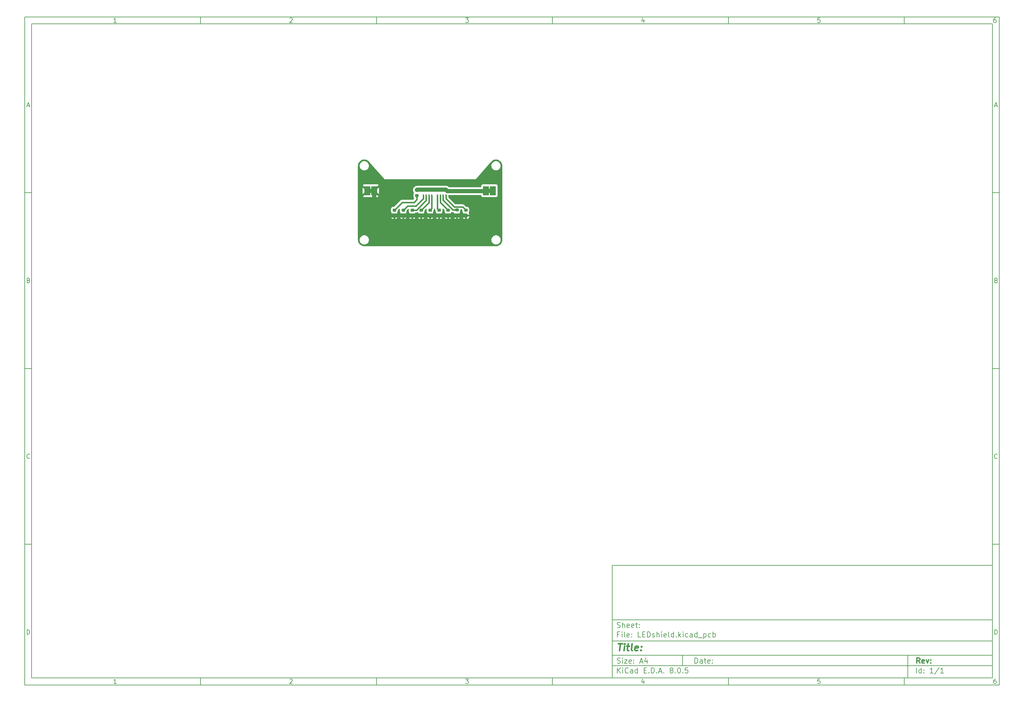
<source format=gbr>
%TF.GenerationSoftware,KiCad,Pcbnew,8.0.5*%
%TF.CreationDate,2024-11-03T22:21:08+08:00*%
%TF.ProjectId,LEDshield,4c454473-6869-4656-9c64-2e6b69636164,rev?*%
%TF.SameCoordinates,Original*%
%TF.FileFunction,Copper,L1,Top*%
%TF.FilePolarity,Positive*%
%FSLAX46Y46*%
G04 Gerber Fmt 4.6, Leading zero omitted, Abs format (unit mm)*
G04 Created by KiCad (PCBNEW 8.0.5) date 2024-11-03 22:21:08*
%MOMM*%
%LPD*%
G01*
G04 APERTURE LIST*
G04 Aperture macros list*
%AMRoundRect*
0 Rectangle with rounded corners*
0 $1 Rounding radius*
0 $2 $3 $4 $5 $6 $7 $8 $9 X,Y pos of 4 corners*
0 Add a 4 corners polygon primitive as box body*
4,1,4,$2,$3,$4,$5,$6,$7,$8,$9,$2,$3,0*
0 Add four circle primitives for the rounded corners*
1,1,$1+$1,$2,$3*
1,1,$1+$1,$4,$5*
1,1,$1+$1,$6,$7*
1,1,$1+$1,$8,$9*
0 Add four rect primitives between the rounded corners*
20,1,$1+$1,$2,$3,$4,$5,0*
20,1,$1+$1,$4,$5,$6,$7,0*
20,1,$1+$1,$6,$7,$8,$9,0*
20,1,$1+$1,$8,$9,$2,$3,0*%
G04 Aperture macros list end*
%ADD10C,0.100000*%
%ADD11C,0.150000*%
%ADD12C,0.300000*%
%ADD13C,0.400000*%
%TA.AperFunction,SMDPad,CuDef*%
%ADD14RoundRect,0.218750X0.256250X-0.218750X0.256250X0.218750X-0.256250X0.218750X-0.256250X-0.218750X0*%
%TD*%
%TA.AperFunction,SMDPad,CuDef*%
%ADD15R,0.400000X0.900000*%
%TD*%
%TA.AperFunction,SMDPad,CuDef*%
%ADD16R,1.700000X2.600000*%
%TD*%
%TA.AperFunction,SMDPad,CuDef*%
%ADD17RoundRect,0.218750X-0.256250X0.218750X-0.256250X-0.218750X0.256250X-0.218750X0.256250X0.218750X0*%
%TD*%
%TA.AperFunction,ViaPad*%
%ADD18C,0.600000*%
%TD*%
%TA.AperFunction,Conductor*%
%ADD19C,1.200000*%
%TD*%
%TA.AperFunction,Conductor*%
%ADD20C,0.400000*%
%TD*%
G04 APERTURE END LIST*
D10*
D11*
X177002200Y-166007200D02*
X285002200Y-166007200D01*
X285002200Y-198007200D01*
X177002200Y-198007200D01*
X177002200Y-166007200D01*
D10*
D11*
X10000000Y-10000000D02*
X287002200Y-10000000D01*
X287002200Y-200007200D01*
X10000000Y-200007200D01*
X10000000Y-10000000D01*
D10*
D11*
X12000000Y-12000000D02*
X285002200Y-12000000D01*
X285002200Y-198007200D01*
X12000000Y-198007200D01*
X12000000Y-12000000D01*
D10*
D11*
X60000000Y-12000000D02*
X60000000Y-10000000D01*
D10*
D11*
X110000000Y-12000000D02*
X110000000Y-10000000D01*
D10*
D11*
X160000000Y-12000000D02*
X160000000Y-10000000D01*
D10*
D11*
X210000000Y-12000000D02*
X210000000Y-10000000D01*
D10*
D11*
X260000000Y-12000000D02*
X260000000Y-10000000D01*
D10*
D11*
X36089160Y-11593604D02*
X35346303Y-11593604D01*
X35717731Y-11593604D02*
X35717731Y-10293604D01*
X35717731Y-10293604D02*
X35593922Y-10479319D01*
X35593922Y-10479319D02*
X35470112Y-10603128D01*
X35470112Y-10603128D02*
X35346303Y-10665033D01*
D10*
D11*
X85346303Y-10417414D02*
X85408207Y-10355509D01*
X85408207Y-10355509D02*
X85532017Y-10293604D01*
X85532017Y-10293604D02*
X85841541Y-10293604D01*
X85841541Y-10293604D02*
X85965350Y-10355509D01*
X85965350Y-10355509D02*
X86027255Y-10417414D01*
X86027255Y-10417414D02*
X86089160Y-10541223D01*
X86089160Y-10541223D02*
X86089160Y-10665033D01*
X86089160Y-10665033D02*
X86027255Y-10850747D01*
X86027255Y-10850747D02*
X85284398Y-11593604D01*
X85284398Y-11593604D02*
X86089160Y-11593604D01*
D10*
D11*
X135284398Y-10293604D02*
X136089160Y-10293604D01*
X136089160Y-10293604D02*
X135655826Y-10788842D01*
X135655826Y-10788842D02*
X135841541Y-10788842D01*
X135841541Y-10788842D02*
X135965350Y-10850747D01*
X135965350Y-10850747D02*
X136027255Y-10912652D01*
X136027255Y-10912652D02*
X136089160Y-11036461D01*
X136089160Y-11036461D02*
X136089160Y-11345985D01*
X136089160Y-11345985D02*
X136027255Y-11469795D01*
X136027255Y-11469795D02*
X135965350Y-11531700D01*
X135965350Y-11531700D02*
X135841541Y-11593604D01*
X135841541Y-11593604D02*
X135470112Y-11593604D01*
X135470112Y-11593604D02*
X135346303Y-11531700D01*
X135346303Y-11531700D02*
X135284398Y-11469795D01*
D10*
D11*
X185965350Y-10726938D02*
X185965350Y-11593604D01*
X185655826Y-10231700D02*
X185346303Y-11160271D01*
X185346303Y-11160271D02*
X186151064Y-11160271D01*
D10*
D11*
X236027255Y-10293604D02*
X235408207Y-10293604D01*
X235408207Y-10293604D02*
X235346303Y-10912652D01*
X235346303Y-10912652D02*
X235408207Y-10850747D01*
X235408207Y-10850747D02*
X235532017Y-10788842D01*
X235532017Y-10788842D02*
X235841541Y-10788842D01*
X235841541Y-10788842D02*
X235965350Y-10850747D01*
X235965350Y-10850747D02*
X236027255Y-10912652D01*
X236027255Y-10912652D02*
X236089160Y-11036461D01*
X236089160Y-11036461D02*
X236089160Y-11345985D01*
X236089160Y-11345985D02*
X236027255Y-11469795D01*
X236027255Y-11469795D02*
X235965350Y-11531700D01*
X235965350Y-11531700D02*
X235841541Y-11593604D01*
X235841541Y-11593604D02*
X235532017Y-11593604D01*
X235532017Y-11593604D02*
X235408207Y-11531700D01*
X235408207Y-11531700D02*
X235346303Y-11469795D01*
D10*
D11*
X285965350Y-10293604D02*
X285717731Y-10293604D01*
X285717731Y-10293604D02*
X285593922Y-10355509D01*
X285593922Y-10355509D02*
X285532017Y-10417414D01*
X285532017Y-10417414D02*
X285408207Y-10603128D01*
X285408207Y-10603128D02*
X285346303Y-10850747D01*
X285346303Y-10850747D02*
X285346303Y-11345985D01*
X285346303Y-11345985D02*
X285408207Y-11469795D01*
X285408207Y-11469795D02*
X285470112Y-11531700D01*
X285470112Y-11531700D02*
X285593922Y-11593604D01*
X285593922Y-11593604D02*
X285841541Y-11593604D01*
X285841541Y-11593604D02*
X285965350Y-11531700D01*
X285965350Y-11531700D02*
X286027255Y-11469795D01*
X286027255Y-11469795D02*
X286089160Y-11345985D01*
X286089160Y-11345985D02*
X286089160Y-11036461D01*
X286089160Y-11036461D02*
X286027255Y-10912652D01*
X286027255Y-10912652D02*
X285965350Y-10850747D01*
X285965350Y-10850747D02*
X285841541Y-10788842D01*
X285841541Y-10788842D02*
X285593922Y-10788842D01*
X285593922Y-10788842D02*
X285470112Y-10850747D01*
X285470112Y-10850747D02*
X285408207Y-10912652D01*
X285408207Y-10912652D02*
X285346303Y-11036461D01*
D10*
D11*
X60000000Y-198007200D02*
X60000000Y-200007200D01*
D10*
D11*
X110000000Y-198007200D02*
X110000000Y-200007200D01*
D10*
D11*
X160000000Y-198007200D02*
X160000000Y-200007200D01*
D10*
D11*
X210000000Y-198007200D02*
X210000000Y-200007200D01*
D10*
D11*
X260000000Y-198007200D02*
X260000000Y-200007200D01*
D10*
D11*
X36089160Y-199600804D02*
X35346303Y-199600804D01*
X35717731Y-199600804D02*
X35717731Y-198300804D01*
X35717731Y-198300804D02*
X35593922Y-198486519D01*
X35593922Y-198486519D02*
X35470112Y-198610328D01*
X35470112Y-198610328D02*
X35346303Y-198672233D01*
D10*
D11*
X85346303Y-198424614D02*
X85408207Y-198362709D01*
X85408207Y-198362709D02*
X85532017Y-198300804D01*
X85532017Y-198300804D02*
X85841541Y-198300804D01*
X85841541Y-198300804D02*
X85965350Y-198362709D01*
X85965350Y-198362709D02*
X86027255Y-198424614D01*
X86027255Y-198424614D02*
X86089160Y-198548423D01*
X86089160Y-198548423D02*
X86089160Y-198672233D01*
X86089160Y-198672233D02*
X86027255Y-198857947D01*
X86027255Y-198857947D02*
X85284398Y-199600804D01*
X85284398Y-199600804D02*
X86089160Y-199600804D01*
D10*
D11*
X135284398Y-198300804D02*
X136089160Y-198300804D01*
X136089160Y-198300804D02*
X135655826Y-198796042D01*
X135655826Y-198796042D02*
X135841541Y-198796042D01*
X135841541Y-198796042D02*
X135965350Y-198857947D01*
X135965350Y-198857947D02*
X136027255Y-198919852D01*
X136027255Y-198919852D02*
X136089160Y-199043661D01*
X136089160Y-199043661D02*
X136089160Y-199353185D01*
X136089160Y-199353185D02*
X136027255Y-199476995D01*
X136027255Y-199476995D02*
X135965350Y-199538900D01*
X135965350Y-199538900D02*
X135841541Y-199600804D01*
X135841541Y-199600804D02*
X135470112Y-199600804D01*
X135470112Y-199600804D02*
X135346303Y-199538900D01*
X135346303Y-199538900D02*
X135284398Y-199476995D01*
D10*
D11*
X185965350Y-198734138D02*
X185965350Y-199600804D01*
X185655826Y-198238900D02*
X185346303Y-199167471D01*
X185346303Y-199167471D02*
X186151064Y-199167471D01*
D10*
D11*
X236027255Y-198300804D02*
X235408207Y-198300804D01*
X235408207Y-198300804D02*
X235346303Y-198919852D01*
X235346303Y-198919852D02*
X235408207Y-198857947D01*
X235408207Y-198857947D02*
X235532017Y-198796042D01*
X235532017Y-198796042D02*
X235841541Y-198796042D01*
X235841541Y-198796042D02*
X235965350Y-198857947D01*
X235965350Y-198857947D02*
X236027255Y-198919852D01*
X236027255Y-198919852D02*
X236089160Y-199043661D01*
X236089160Y-199043661D02*
X236089160Y-199353185D01*
X236089160Y-199353185D02*
X236027255Y-199476995D01*
X236027255Y-199476995D02*
X235965350Y-199538900D01*
X235965350Y-199538900D02*
X235841541Y-199600804D01*
X235841541Y-199600804D02*
X235532017Y-199600804D01*
X235532017Y-199600804D02*
X235408207Y-199538900D01*
X235408207Y-199538900D02*
X235346303Y-199476995D01*
D10*
D11*
X285965350Y-198300804D02*
X285717731Y-198300804D01*
X285717731Y-198300804D02*
X285593922Y-198362709D01*
X285593922Y-198362709D02*
X285532017Y-198424614D01*
X285532017Y-198424614D02*
X285408207Y-198610328D01*
X285408207Y-198610328D02*
X285346303Y-198857947D01*
X285346303Y-198857947D02*
X285346303Y-199353185D01*
X285346303Y-199353185D02*
X285408207Y-199476995D01*
X285408207Y-199476995D02*
X285470112Y-199538900D01*
X285470112Y-199538900D02*
X285593922Y-199600804D01*
X285593922Y-199600804D02*
X285841541Y-199600804D01*
X285841541Y-199600804D02*
X285965350Y-199538900D01*
X285965350Y-199538900D02*
X286027255Y-199476995D01*
X286027255Y-199476995D02*
X286089160Y-199353185D01*
X286089160Y-199353185D02*
X286089160Y-199043661D01*
X286089160Y-199043661D02*
X286027255Y-198919852D01*
X286027255Y-198919852D02*
X285965350Y-198857947D01*
X285965350Y-198857947D02*
X285841541Y-198796042D01*
X285841541Y-198796042D02*
X285593922Y-198796042D01*
X285593922Y-198796042D02*
X285470112Y-198857947D01*
X285470112Y-198857947D02*
X285408207Y-198919852D01*
X285408207Y-198919852D02*
X285346303Y-199043661D01*
D10*
D11*
X10000000Y-60000000D02*
X12000000Y-60000000D01*
D10*
D11*
X10000000Y-110000000D02*
X12000000Y-110000000D01*
D10*
D11*
X10000000Y-160000000D02*
X12000000Y-160000000D01*
D10*
D11*
X10690476Y-35222176D02*
X11309523Y-35222176D01*
X10566666Y-35593604D02*
X10999999Y-34293604D01*
X10999999Y-34293604D02*
X11433333Y-35593604D01*
D10*
D11*
X11092857Y-84912652D02*
X11278571Y-84974557D01*
X11278571Y-84974557D02*
X11340476Y-85036461D01*
X11340476Y-85036461D02*
X11402380Y-85160271D01*
X11402380Y-85160271D02*
X11402380Y-85345985D01*
X11402380Y-85345985D02*
X11340476Y-85469795D01*
X11340476Y-85469795D02*
X11278571Y-85531700D01*
X11278571Y-85531700D02*
X11154761Y-85593604D01*
X11154761Y-85593604D02*
X10659523Y-85593604D01*
X10659523Y-85593604D02*
X10659523Y-84293604D01*
X10659523Y-84293604D02*
X11092857Y-84293604D01*
X11092857Y-84293604D02*
X11216666Y-84355509D01*
X11216666Y-84355509D02*
X11278571Y-84417414D01*
X11278571Y-84417414D02*
X11340476Y-84541223D01*
X11340476Y-84541223D02*
X11340476Y-84665033D01*
X11340476Y-84665033D02*
X11278571Y-84788842D01*
X11278571Y-84788842D02*
X11216666Y-84850747D01*
X11216666Y-84850747D02*
X11092857Y-84912652D01*
X11092857Y-84912652D02*
X10659523Y-84912652D01*
D10*
D11*
X11402380Y-135469795D02*
X11340476Y-135531700D01*
X11340476Y-135531700D02*
X11154761Y-135593604D01*
X11154761Y-135593604D02*
X11030952Y-135593604D01*
X11030952Y-135593604D02*
X10845238Y-135531700D01*
X10845238Y-135531700D02*
X10721428Y-135407890D01*
X10721428Y-135407890D02*
X10659523Y-135284080D01*
X10659523Y-135284080D02*
X10597619Y-135036461D01*
X10597619Y-135036461D02*
X10597619Y-134850747D01*
X10597619Y-134850747D02*
X10659523Y-134603128D01*
X10659523Y-134603128D02*
X10721428Y-134479319D01*
X10721428Y-134479319D02*
X10845238Y-134355509D01*
X10845238Y-134355509D02*
X11030952Y-134293604D01*
X11030952Y-134293604D02*
X11154761Y-134293604D01*
X11154761Y-134293604D02*
X11340476Y-134355509D01*
X11340476Y-134355509D02*
X11402380Y-134417414D01*
D10*
D11*
X10659523Y-185593604D02*
X10659523Y-184293604D01*
X10659523Y-184293604D02*
X10969047Y-184293604D01*
X10969047Y-184293604D02*
X11154761Y-184355509D01*
X11154761Y-184355509D02*
X11278571Y-184479319D01*
X11278571Y-184479319D02*
X11340476Y-184603128D01*
X11340476Y-184603128D02*
X11402380Y-184850747D01*
X11402380Y-184850747D02*
X11402380Y-185036461D01*
X11402380Y-185036461D02*
X11340476Y-185284080D01*
X11340476Y-185284080D02*
X11278571Y-185407890D01*
X11278571Y-185407890D02*
X11154761Y-185531700D01*
X11154761Y-185531700D02*
X10969047Y-185593604D01*
X10969047Y-185593604D02*
X10659523Y-185593604D01*
D10*
D11*
X287002200Y-60000000D02*
X285002200Y-60000000D01*
D10*
D11*
X287002200Y-110000000D02*
X285002200Y-110000000D01*
D10*
D11*
X287002200Y-160000000D02*
X285002200Y-160000000D01*
D10*
D11*
X285692676Y-35222176D02*
X286311723Y-35222176D01*
X285568866Y-35593604D02*
X286002199Y-34293604D01*
X286002199Y-34293604D02*
X286435533Y-35593604D01*
D10*
D11*
X286095057Y-84912652D02*
X286280771Y-84974557D01*
X286280771Y-84974557D02*
X286342676Y-85036461D01*
X286342676Y-85036461D02*
X286404580Y-85160271D01*
X286404580Y-85160271D02*
X286404580Y-85345985D01*
X286404580Y-85345985D02*
X286342676Y-85469795D01*
X286342676Y-85469795D02*
X286280771Y-85531700D01*
X286280771Y-85531700D02*
X286156961Y-85593604D01*
X286156961Y-85593604D02*
X285661723Y-85593604D01*
X285661723Y-85593604D02*
X285661723Y-84293604D01*
X285661723Y-84293604D02*
X286095057Y-84293604D01*
X286095057Y-84293604D02*
X286218866Y-84355509D01*
X286218866Y-84355509D02*
X286280771Y-84417414D01*
X286280771Y-84417414D02*
X286342676Y-84541223D01*
X286342676Y-84541223D02*
X286342676Y-84665033D01*
X286342676Y-84665033D02*
X286280771Y-84788842D01*
X286280771Y-84788842D02*
X286218866Y-84850747D01*
X286218866Y-84850747D02*
X286095057Y-84912652D01*
X286095057Y-84912652D02*
X285661723Y-84912652D01*
D10*
D11*
X286404580Y-135469795D02*
X286342676Y-135531700D01*
X286342676Y-135531700D02*
X286156961Y-135593604D01*
X286156961Y-135593604D02*
X286033152Y-135593604D01*
X286033152Y-135593604D02*
X285847438Y-135531700D01*
X285847438Y-135531700D02*
X285723628Y-135407890D01*
X285723628Y-135407890D02*
X285661723Y-135284080D01*
X285661723Y-135284080D02*
X285599819Y-135036461D01*
X285599819Y-135036461D02*
X285599819Y-134850747D01*
X285599819Y-134850747D02*
X285661723Y-134603128D01*
X285661723Y-134603128D02*
X285723628Y-134479319D01*
X285723628Y-134479319D02*
X285847438Y-134355509D01*
X285847438Y-134355509D02*
X286033152Y-134293604D01*
X286033152Y-134293604D02*
X286156961Y-134293604D01*
X286156961Y-134293604D02*
X286342676Y-134355509D01*
X286342676Y-134355509D02*
X286404580Y-134417414D01*
D10*
D11*
X285661723Y-185593604D02*
X285661723Y-184293604D01*
X285661723Y-184293604D02*
X285971247Y-184293604D01*
X285971247Y-184293604D02*
X286156961Y-184355509D01*
X286156961Y-184355509D02*
X286280771Y-184479319D01*
X286280771Y-184479319D02*
X286342676Y-184603128D01*
X286342676Y-184603128D02*
X286404580Y-184850747D01*
X286404580Y-184850747D02*
X286404580Y-185036461D01*
X286404580Y-185036461D02*
X286342676Y-185284080D01*
X286342676Y-185284080D02*
X286280771Y-185407890D01*
X286280771Y-185407890D02*
X286156961Y-185531700D01*
X286156961Y-185531700D02*
X285971247Y-185593604D01*
X285971247Y-185593604D02*
X285661723Y-185593604D01*
D10*
D11*
X200458026Y-193793328D02*
X200458026Y-192293328D01*
X200458026Y-192293328D02*
X200815169Y-192293328D01*
X200815169Y-192293328D02*
X201029455Y-192364757D01*
X201029455Y-192364757D02*
X201172312Y-192507614D01*
X201172312Y-192507614D02*
X201243741Y-192650471D01*
X201243741Y-192650471D02*
X201315169Y-192936185D01*
X201315169Y-192936185D02*
X201315169Y-193150471D01*
X201315169Y-193150471D02*
X201243741Y-193436185D01*
X201243741Y-193436185D02*
X201172312Y-193579042D01*
X201172312Y-193579042D02*
X201029455Y-193721900D01*
X201029455Y-193721900D02*
X200815169Y-193793328D01*
X200815169Y-193793328D02*
X200458026Y-193793328D01*
X202600884Y-193793328D02*
X202600884Y-193007614D01*
X202600884Y-193007614D02*
X202529455Y-192864757D01*
X202529455Y-192864757D02*
X202386598Y-192793328D01*
X202386598Y-192793328D02*
X202100884Y-192793328D01*
X202100884Y-192793328D02*
X201958026Y-192864757D01*
X202600884Y-193721900D02*
X202458026Y-193793328D01*
X202458026Y-193793328D02*
X202100884Y-193793328D01*
X202100884Y-193793328D02*
X201958026Y-193721900D01*
X201958026Y-193721900D02*
X201886598Y-193579042D01*
X201886598Y-193579042D02*
X201886598Y-193436185D01*
X201886598Y-193436185D02*
X201958026Y-193293328D01*
X201958026Y-193293328D02*
X202100884Y-193221900D01*
X202100884Y-193221900D02*
X202458026Y-193221900D01*
X202458026Y-193221900D02*
X202600884Y-193150471D01*
X203100884Y-192793328D02*
X203672312Y-192793328D01*
X203315169Y-192293328D02*
X203315169Y-193579042D01*
X203315169Y-193579042D02*
X203386598Y-193721900D01*
X203386598Y-193721900D02*
X203529455Y-193793328D01*
X203529455Y-193793328D02*
X203672312Y-193793328D01*
X204743741Y-193721900D02*
X204600884Y-193793328D01*
X204600884Y-193793328D02*
X204315170Y-193793328D01*
X204315170Y-193793328D02*
X204172312Y-193721900D01*
X204172312Y-193721900D02*
X204100884Y-193579042D01*
X204100884Y-193579042D02*
X204100884Y-193007614D01*
X204100884Y-193007614D02*
X204172312Y-192864757D01*
X204172312Y-192864757D02*
X204315170Y-192793328D01*
X204315170Y-192793328D02*
X204600884Y-192793328D01*
X204600884Y-192793328D02*
X204743741Y-192864757D01*
X204743741Y-192864757D02*
X204815170Y-193007614D01*
X204815170Y-193007614D02*
X204815170Y-193150471D01*
X204815170Y-193150471D02*
X204100884Y-193293328D01*
X205458026Y-193650471D02*
X205529455Y-193721900D01*
X205529455Y-193721900D02*
X205458026Y-193793328D01*
X205458026Y-193793328D02*
X205386598Y-193721900D01*
X205386598Y-193721900D02*
X205458026Y-193650471D01*
X205458026Y-193650471D02*
X205458026Y-193793328D01*
X205458026Y-192864757D02*
X205529455Y-192936185D01*
X205529455Y-192936185D02*
X205458026Y-193007614D01*
X205458026Y-193007614D02*
X205386598Y-192936185D01*
X205386598Y-192936185D02*
X205458026Y-192864757D01*
X205458026Y-192864757D02*
X205458026Y-193007614D01*
D10*
D11*
X177002200Y-194507200D02*
X285002200Y-194507200D01*
D10*
D11*
X178458026Y-196593328D02*
X178458026Y-195093328D01*
X179315169Y-196593328D02*
X178672312Y-195736185D01*
X179315169Y-195093328D02*
X178458026Y-195950471D01*
X179958026Y-196593328D02*
X179958026Y-195593328D01*
X179958026Y-195093328D02*
X179886598Y-195164757D01*
X179886598Y-195164757D02*
X179958026Y-195236185D01*
X179958026Y-195236185D02*
X180029455Y-195164757D01*
X180029455Y-195164757D02*
X179958026Y-195093328D01*
X179958026Y-195093328D02*
X179958026Y-195236185D01*
X181529455Y-196450471D02*
X181458027Y-196521900D01*
X181458027Y-196521900D02*
X181243741Y-196593328D01*
X181243741Y-196593328D02*
X181100884Y-196593328D01*
X181100884Y-196593328D02*
X180886598Y-196521900D01*
X180886598Y-196521900D02*
X180743741Y-196379042D01*
X180743741Y-196379042D02*
X180672312Y-196236185D01*
X180672312Y-196236185D02*
X180600884Y-195950471D01*
X180600884Y-195950471D02*
X180600884Y-195736185D01*
X180600884Y-195736185D02*
X180672312Y-195450471D01*
X180672312Y-195450471D02*
X180743741Y-195307614D01*
X180743741Y-195307614D02*
X180886598Y-195164757D01*
X180886598Y-195164757D02*
X181100884Y-195093328D01*
X181100884Y-195093328D02*
X181243741Y-195093328D01*
X181243741Y-195093328D02*
X181458027Y-195164757D01*
X181458027Y-195164757D02*
X181529455Y-195236185D01*
X182815170Y-196593328D02*
X182815170Y-195807614D01*
X182815170Y-195807614D02*
X182743741Y-195664757D01*
X182743741Y-195664757D02*
X182600884Y-195593328D01*
X182600884Y-195593328D02*
X182315170Y-195593328D01*
X182315170Y-195593328D02*
X182172312Y-195664757D01*
X182815170Y-196521900D02*
X182672312Y-196593328D01*
X182672312Y-196593328D02*
X182315170Y-196593328D01*
X182315170Y-196593328D02*
X182172312Y-196521900D01*
X182172312Y-196521900D02*
X182100884Y-196379042D01*
X182100884Y-196379042D02*
X182100884Y-196236185D01*
X182100884Y-196236185D02*
X182172312Y-196093328D01*
X182172312Y-196093328D02*
X182315170Y-196021900D01*
X182315170Y-196021900D02*
X182672312Y-196021900D01*
X182672312Y-196021900D02*
X182815170Y-195950471D01*
X184172313Y-196593328D02*
X184172313Y-195093328D01*
X184172313Y-196521900D02*
X184029455Y-196593328D01*
X184029455Y-196593328D02*
X183743741Y-196593328D01*
X183743741Y-196593328D02*
X183600884Y-196521900D01*
X183600884Y-196521900D02*
X183529455Y-196450471D01*
X183529455Y-196450471D02*
X183458027Y-196307614D01*
X183458027Y-196307614D02*
X183458027Y-195879042D01*
X183458027Y-195879042D02*
X183529455Y-195736185D01*
X183529455Y-195736185D02*
X183600884Y-195664757D01*
X183600884Y-195664757D02*
X183743741Y-195593328D01*
X183743741Y-195593328D02*
X184029455Y-195593328D01*
X184029455Y-195593328D02*
X184172313Y-195664757D01*
X186029455Y-195807614D02*
X186529455Y-195807614D01*
X186743741Y-196593328D02*
X186029455Y-196593328D01*
X186029455Y-196593328D02*
X186029455Y-195093328D01*
X186029455Y-195093328D02*
X186743741Y-195093328D01*
X187386598Y-196450471D02*
X187458027Y-196521900D01*
X187458027Y-196521900D02*
X187386598Y-196593328D01*
X187386598Y-196593328D02*
X187315170Y-196521900D01*
X187315170Y-196521900D02*
X187386598Y-196450471D01*
X187386598Y-196450471D02*
X187386598Y-196593328D01*
X188100884Y-196593328D02*
X188100884Y-195093328D01*
X188100884Y-195093328D02*
X188458027Y-195093328D01*
X188458027Y-195093328D02*
X188672313Y-195164757D01*
X188672313Y-195164757D02*
X188815170Y-195307614D01*
X188815170Y-195307614D02*
X188886599Y-195450471D01*
X188886599Y-195450471D02*
X188958027Y-195736185D01*
X188958027Y-195736185D02*
X188958027Y-195950471D01*
X188958027Y-195950471D02*
X188886599Y-196236185D01*
X188886599Y-196236185D02*
X188815170Y-196379042D01*
X188815170Y-196379042D02*
X188672313Y-196521900D01*
X188672313Y-196521900D02*
X188458027Y-196593328D01*
X188458027Y-196593328D02*
X188100884Y-196593328D01*
X189600884Y-196450471D02*
X189672313Y-196521900D01*
X189672313Y-196521900D02*
X189600884Y-196593328D01*
X189600884Y-196593328D02*
X189529456Y-196521900D01*
X189529456Y-196521900D02*
X189600884Y-196450471D01*
X189600884Y-196450471D02*
X189600884Y-196593328D01*
X190243742Y-196164757D02*
X190958028Y-196164757D01*
X190100885Y-196593328D02*
X190600885Y-195093328D01*
X190600885Y-195093328D02*
X191100885Y-196593328D01*
X191600884Y-196450471D02*
X191672313Y-196521900D01*
X191672313Y-196521900D02*
X191600884Y-196593328D01*
X191600884Y-196593328D02*
X191529456Y-196521900D01*
X191529456Y-196521900D02*
X191600884Y-196450471D01*
X191600884Y-196450471D02*
X191600884Y-196593328D01*
X193672313Y-195736185D02*
X193529456Y-195664757D01*
X193529456Y-195664757D02*
X193458027Y-195593328D01*
X193458027Y-195593328D02*
X193386599Y-195450471D01*
X193386599Y-195450471D02*
X193386599Y-195379042D01*
X193386599Y-195379042D02*
X193458027Y-195236185D01*
X193458027Y-195236185D02*
X193529456Y-195164757D01*
X193529456Y-195164757D02*
X193672313Y-195093328D01*
X193672313Y-195093328D02*
X193958027Y-195093328D01*
X193958027Y-195093328D02*
X194100885Y-195164757D01*
X194100885Y-195164757D02*
X194172313Y-195236185D01*
X194172313Y-195236185D02*
X194243742Y-195379042D01*
X194243742Y-195379042D02*
X194243742Y-195450471D01*
X194243742Y-195450471D02*
X194172313Y-195593328D01*
X194172313Y-195593328D02*
X194100885Y-195664757D01*
X194100885Y-195664757D02*
X193958027Y-195736185D01*
X193958027Y-195736185D02*
X193672313Y-195736185D01*
X193672313Y-195736185D02*
X193529456Y-195807614D01*
X193529456Y-195807614D02*
X193458027Y-195879042D01*
X193458027Y-195879042D02*
X193386599Y-196021900D01*
X193386599Y-196021900D02*
X193386599Y-196307614D01*
X193386599Y-196307614D02*
X193458027Y-196450471D01*
X193458027Y-196450471D02*
X193529456Y-196521900D01*
X193529456Y-196521900D02*
X193672313Y-196593328D01*
X193672313Y-196593328D02*
X193958027Y-196593328D01*
X193958027Y-196593328D02*
X194100885Y-196521900D01*
X194100885Y-196521900D02*
X194172313Y-196450471D01*
X194172313Y-196450471D02*
X194243742Y-196307614D01*
X194243742Y-196307614D02*
X194243742Y-196021900D01*
X194243742Y-196021900D02*
X194172313Y-195879042D01*
X194172313Y-195879042D02*
X194100885Y-195807614D01*
X194100885Y-195807614D02*
X193958027Y-195736185D01*
X194886598Y-196450471D02*
X194958027Y-196521900D01*
X194958027Y-196521900D02*
X194886598Y-196593328D01*
X194886598Y-196593328D02*
X194815170Y-196521900D01*
X194815170Y-196521900D02*
X194886598Y-196450471D01*
X194886598Y-196450471D02*
X194886598Y-196593328D01*
X195886599Y-195093328D02*
X196029456Y-195093328D01*
X196029456Y-195093328D02*
X196172313Y-195164757D01*
X196172313Y-195164757D02*
X196243742Y-195236185D01*
X196243742Y-195236185D02*
X196315170Y-195379042D01*
X196315170Y-195379042D02*
X196386599Y-195664757D01*
X196386599Y-195664757D02*
X196386599Y-196021900D01*
X196386599Y-196021900D02*
X196315170Y-196307614D01*
X196315170Y-196307614D02*
X196243742Y-196450471D01*
X196243742Y-196450471D02*
X196172313Y-196521900D01*
X196172313Y-196521900D02*
X196029456Y-196593328D01*
X196029456Y-196593328D02*
X195886599Y-196593328D01*
X195886599Y-196593328D02*
X195743742Y-196521900D01*
X195743742Y-196521900D02*
X195672313Y-196450471D01*
X195672313Y-196450471D02*
X195600884Y-196307614D01*
X195600884Y-196307614D02*
X195529456Y-196021900D01*
X195529456Y-196021900D02*
X195529456Y-195664757D01*
X195529456Y-195664757D02*
X195600884Y-195379042D01*
X195600884Y-195379042D02*
X195672313Y-195236185D01*
X195672313Y-195236185D02*
X195743742Y-195164757D01*
X195743742Y-195164757D02*
X195886599Y-195093328D01*
X197029455Y-196450471D02*
X197100884Y-196521900D01*
X197100884Y-196521900D02*
X197029455Y-196593328D01*
X197029455Y-196593328D02*
X196958027Y-196521900D01*
X196958027Y-196521900D02*
X197029455Y-196450471D01*
X197029455Y-196450471D02*
X197029455Y-196593328D01*
X198458027Y-195093328D02*
X197743741Y-195093328D01*
X197743741Y-195093328D02*
X197672313Y-195807614D01*
X197672313Y-195807614D02*
X197743741Y-195736185D01*
X197743741Y-195736185D02*
X197886599Y-195664757D01*
X197886599Y-195664757D02*
X198243741Y-195664757D01*
X198243741Y-195664757D02*
X198386599Y-195736185D01*
X198386599Y-195736185D02*
X198458027Y-195807614D01*
X198458027Y-195807614D02*
X198529456Y-195950471D01*
X198529456Y-195950471D02*
X198529456Y-196307614D01*
X198529456Y-196307614D02*
X198458027Y-196450471D01*
X198458027Y-196450471D02*
X198386599Y-196521900D01*
X198386599Y-196521900D02*
X198243741Y-196593328D01*
X198243741Y-196593328D02*
X197886599Y-196593328D01*
X197886599Y-196593328D02*
X197743741Y-196521900D01*
X197743741Y-196521900D02*
X197672313Y-196450471D01*
D10*
D11*
X177002200Y-191507200D02*
X285002200Y-191507200D01*
D10*
D12*
X264413853Y-193785528D02*
X263913853Y-193071242D01*
X263556710Y-193785528D02*
X263556710Y-192285528D01*
X263556710Y-192285528D02*
X264128139Y-192285528D01*
X264128139Y-192285528D02*
X264270996Y-192356957D01*
X264270996Y-192356957D02*
X264342425Y-192428385D01*
X264342425Y-192428385D02*
X264413853Y-192571242D01*
X264413853Y-192571242D02*
X264413853Y-192785528D01*
X264413853Y-192785528D02*
X264342425Y-192928385D01*
X264342425Y-192928385D02*
X264270996Y-192999814D01*
X264270996Y-192999814D02*
X264128139Y-193071242D01*
X264128139Y-193071242D02*
X263556710Y-193071242D01*
X265628139Y-193714100D02*
X265485282Y-193785528D01*
X265485282Y-193785528D02*
X265199568Y-193785528D01*
X265199568Y-193785528D02*
X265056710Y-193714100D01*
X265056710Y-193714100D02*
X264985282Y-193571242D01*
X264985282Y-193571242D02*
X264985282Y-192999814D01*
X264985282Y-192999814D02*
X265056710Y-192856957D01*
X265056710Y-192856957D02*
X265199568Y-192785528D01*
X265199568Y-192785528D02*
X265485282Y-192785528D01*
X265485282Y-192785528D02*
X265628139Y-192856957D01*
X265628139Y-192856957D02*
X265699568Y-192999814D01*
X265699568Y-192999814D02*
X265699568Y-193142671D01*
X265699568Y-193142671D02*
X264985282Y-193285528D01*
X266199567Y-192785528D02*
X266556710Y-193785528D01*
X266556710Y-193785528D02*
X266913853Y-192785528D01*
X267485281Y-193642671D02*
X267556710Y-193714100D01*
X267556710Y-193714100D02*
X267485281Y-193785528D01*
X267485281Y-193785528D02*
X267413853Y-193714100D01*
X267413853Y-193714100D02*
X267485281Y-193642671D01*
X267485281Y-193642671D02*
X267485281Y-193785528D01*
X267485281Y-192856957D02*
X267556710Y-192928385D01*
X267556710Y-192928385D02*
X267485281Y-192999814D01*
X267485281Y-192999814D02*
X267413853Y-192928385D01*
X267413853Y-192928385D02*
X267485281Y-192856957D01*
X267485281Y-192856957D02*
X267485281Y-192999814D01*
D10*
D11*
X178386598Y-193721900D02*
X178600884Y-193793328D01*
X178600884Y-193793328D02*
X178958026Y-193793328D01*
X178958026Y-193793328D02*
X179100884Y-193721900D01*
X179100884Y-193721900D02*
X179172312Y-193650471D01*
X179172312Y-193650471D02*
X179243741Y-193507614D01*
X179243741Y-193507614D02*
X179243741Y-193364757D01*
X179243741Y-193364757D02*
X179172312Y-193221900D01*
X179172312Y-193221900D02*
X179100884Y-193150471D01*
X179100884Y-193150471D02*
X178958026Y-193079042D01*
X178958026Y-193079042D02*
X178672312Y-193007614D01*
X178672312Y-193007614D02*
X178529455Y-192936185D01*
X178529455Y-192936185D02*
X178458026Y-192864757D01*
X178458026Y-192864757D02*
X178386598Y-192721900D01*
X178386598Y-192721900D02*
X178386598Y-192579042D01*
X178386598Y-192579042D02*
X178458026Y-192436185D01*
X178458026Y-192436185D02*
X178529455Y-192364757D01*
X178529455Y-192364757D02*
X178672312Y-192293328D01*
X178672312Y-192293328D02*
X179029455Y-192293328D01*
X179029455Y-192293328D02*
X179243741Y-192364757D01*
X179886597Y-193793328D02*
X179886597Y-192793328D01*
X179886597Y-192293328D02*
X179815169Y-192364757D01*
X179815169Y-192364757D02*
X179886597Y-192436185D01*
X179886597Y-192436185D02*
X179958026Y-192364757D01*
X179958026Y-192364757D02*
X179886597Y-192293328D01*
X179886597Y-192293328D02*
X179886597Y-192436185D01*
X180458026Y-192793328D02*
X181243741Y-192793328D01*
X181243741Y-192793328D02*
X180458026Y-193793328D01*
X180458026Y-193793328D02*
X181243741Y-193793328D01*
X182386598Y-193721900D02*
X182243741Y-193793328D01*
X182243741Y-193793328D02*
X181958027Y-193793328D01*
X181958027Y-193793328D02*
X181815169Y-193721900D01*
X181815169Y-193721900D02*
X181743741Y-193579042D01*
X181743741Y-193579042D02*
X181743741Y-193007614D01*
X181743741Y-193007614D02*
X181815169Y-192864757D01*
X181815169Y-192864757D02*
X181958027Y-192793328D01*
X181958027Y-192793328D02*
X182243741Y-192793328D01*
X182243741Y-192793328D02*
X182386598Y-192864757D01*
X182386598Y-192864757D02*
X182458027Y-193007614D01*
X182458027Y-193007614D02*
X182458027Y-193150471D01*
X182458027Y-193150471D02*
X181743741Y-193293328D01*
X183100883Y-193650471D02*
X183172312Y-193721900D01*
X183172312Y-193721900D02*
X183100883Y-193793328D01*
X183100883Y-193793328D02*
X183029455Y-193721900D01*
X183029455Y-193721900D02*
X183100883Y-193650471D01*
X183100883Y-193650471D02*
X183100883Y-193793328D01*
X183100883Y-192864757D02*
X183172312Y-192936185D01*
X183172312Y-192936185D02*
X183100883Y-193007614D01*
X183100883Y-193007614D02*
X183029455Y-192936185D01*
X183029455Y-192936185D02*
X183100883Y-192864757D01*
X183100883Y-192864757D02*
X183100883Y-193007614D01*
X184886598Y-193364757D02*
X185600884Y-193364757D01*
X184743741Y-193793328D02*
X185243741Y-192293328D01*
X185243741Y-192293328D02*
X185743741Y-193793328D01*
X186886598Y-192793328D02*
X186886598Y-193793328D01*
X186529455Y-192221900D02*
X186172312Y-193293328D01*
X186172312Y-193293328D02*
X187100883Y-193293328D01*
D10*
D11*
X263458026Y-196593328D02*
X263458026Y-195093328D01*
X264815170Y-196593328D02*
X264815170Y-195093328D01*
X264815170Y-196521900D02*
X264672312Y-196593328D01*
X264672312Y-196593328D02*
X264386598Y-196593328D01*
X264386598Y-196593328D02*
X264243741Y-196521900D01*
X264243741Y-196521900D02*
X264172312Y-196450471D01*
X264172312Y-196450471D02*
X264100884Y-196307614D01*
X264100884Y-196307614D02*
X264100884Y-195879042D01*
X264100884Y-195879042D02*
X264172312Y-195736185D01*
X264172312Y-195736185D02*
X264243741Y-195664757D01*
X264243741Y-195664757D02*
X264386598Y-195593328D01*
X264386598Y-195593328D02*
X264672312Y-195593328D01*
X264672312Y-195593328D02*
X264815170Y-195664757D01*
X265529455Y-196450471D02*
X265600884Y-196521900D01*
X265600884Y-196521900D02*
X265529455Y-196593328D01*
X265529455Y-196593328D02*
X265458027Y-196521900D01*
X265458027Y-196521900D02*
X265529455Y-196450471D01*
X265529455Y-196450471D02*
X265529455Y-196593328D01*
X265529455Y-195664757D02*
X265600884Y-195736185D01*
X265600884Y-195736185D02*
X265529455Y-195807614D01*
X265529455Y-195807614D02*
X265458027Y-195736185D01*
X265458027Y-195736185D02*
X265529455Y-195664757D01*
X265529455Y-195664757D02*
X265529455Y-195807614D01*
X268172313Y-196593328D02*
X267315170Y-196593328D01*
X267743741Y-196593328D02*
X267743741Y-195093328D01*
X267743741Y-195093328D02*
X267600884Y-195307614D01*
X267600884Y-195307614D02*
X267458027Y-195450471D01*
X267458027Y-195450471D02*
X267315170Y-195521900D01*
X269886598Y-195021900D02*
X268600884Y-196950471D01*
X271172313Y-196593328D02*
X270315170Y-196593328D01*
X270743741Y-196593328D02*
X270743741Y-195093328D01*
X270743741Y-195093328D02*
X270600884Y-195307614D01*
X270600884Y-195307614D02*
X270458027Y-195450471D01*
X270458027Y-195450471D02*
X270315170Y-195521900D01*
D10*
D11*
X177002200Y-187507200D02*
X285002200Y-187507200D01*
D10*
D13*
X178693928Y-188211638D02*
X179836785Y-188211638D01*
X179015357Y-190211638D02*
X179265357Y-188211638D01*
X180253452Y-190211638D02*
X180420119Y-188878304D01*
X180503452Y-188211638D02*
X180396309Y-188306876D01*
X180396309Y-188306876D02*
X180479643Y-188402114D01*
X180479643Y-188402114D02*
X180586786Y-188306876D01*
X180586786Y-188306876D02*
X180503452Y-188211638D01*
X180503452Y-188211638D02*
X180479643Y-188402114D01*
X181086786Y-188878304D02*
X181848690Y-188878304D01*
X181455833Y-188211638D02*
X181241548Y-189925923D01*
X181241548Y-189925923D02*
X181312976Y-190116400D01*
X181312976Y-190116400D02*
X181491548Y-190211638D01*
X181491548Y-190211638D02*
X181682024Y-190211638D01*
X182634405Y-190211638D02*
X182455833Y-190116400D01*
X182455833Y-190116400D02*
X182384405Y-189925923D01*
X182384405Y-189925923D02*
X182598690Y-188211638D01*
X184170119Y-190116400D02*
X183967738Y-190211638D01*
X183967738Y-190211638D02*
X183586785Y-190211638D01*
X183586785Y-190211638D02*
X183408214Y-190116400D01*
X183408214Y-190116400D02*
X183336785Y-189925923D01*
X183336785Y-189925923D02*
X183432024Y-189164019D01*
X183432024Y-189164019D02*
X183551071Y-188973542D01*
X183551071Y-188973542D02*
X183753452Y-188878304D01*
X183753452Y-188878304D02*
X184134404Y-188878304D01*
X184134404Y-188878304D02*
X184312976Y-188973542D01*
X184312976Y-188973542D02*
X184384404Y-189164019D01*
X184384404Y-189164019D02*
X184360595Y-189354495D01*
X184360595Y-189354495D02*
X183384404Y-189544971D01*
X185134405Y-190021161D02*
X185217738Y-190116400D01*
X185217738Y-190116400D02*
X185110595Y-190211638D01*
X185110595Y-190211638D02*
X185027262Y-190116400D01*
X185027262Y-190116400D02*
X185134405Y-190021161D01*
X185134405Y-190021161D02*
X185110595Y-190211638D01*
X185265357Y-188973542D02*
X185348690Y-189068780D01*
X185348690Y-189068780D02*
X185241548Y-189164019D01*
X185241548Y-189164019D02*
X185158214Y-189068780D01*
X185158214Y-189068780D02*
X185265357Y-188973542D01*
X185265357Y-188973542D02*
X185241548Y-189164019D01*
D10*
D11*
X178958026Y-185607614D02*
X178458026Y-185607614D01*
X178458026Y-186393328D02*
X178458026Y-184893328D01*
X178458026Y-184893328D02*
X179172312Y-184893328D01*
X179743740Y-186393328D02*
X179743740Y-185393328D01*
X179743740Y-184893328D02*
X179672312Y-184964757D01*
X179672312Y-184964757D02*
X179743740Y-185036185D01*
X179743740Y-185036185D02*
X179815169Y-184964757D01*
X179815169Y-184964757D02*
X179743740Y-184893328D01*
X179743740Y-184893328D02*
X179743740Y-185036185D01*
X180672312Y-186393328D02*
X180529455Y-186321900D01*
X180529455Y-186321900D02*
X180458026Y-186179042D01*
X180458026Y-186179042D02*
X180458026Y-184893328D01*
X181815169Y-186321900D02*
X181672312Y-186393328D01*
X181672312Y-186393328D02*
X181386598Y-186393328D01*
X181386598Y-186393328D02*
X181243740Y-186321900D01*
X181243740Y-186321900D02*
X181172312Y-186179042D01*
X181172312Y-186179042D02*
X181172312Y-185607614D01*
X181172312Y-185607614D02*
X181243740Y-185464757D01*
X181243740Y-185464757D02*
X181386598Y-185393328D01*
X181386598Y-185393328D02*
X181672312Y-185393328D01*
X181672312Y-185393328D02*
X181815169Y-185464757D01*
X181815169Y-185464757D02*
X181886598Y-185607614D01*
X181886598Y-185607614D02*
X181886598Y-185750471D01*
X181886598Y-185750471D02*
X181172312Y-185893328D01*
X182529454Y-186250471D02*
X182600883Y-186321900D01*
X182600883Y-186321900D02*
X182529454Y-186393328D01*
X182529454Y-186393328D02*
X182458026Y-186321900D01*
X182458026Y-186321900D02*
X182529454Y-186250471D01*
X182529454Y-186250471D02*
X182529454Y-186393328D01*
X182529454Y-185464757D02*
X182600883Y-185536185D01*
X182600883Y-185536185D02*
X182529454Y-185607614D01*
X182529454Y-185607614D02*
X182458026Y-185536185D01*
X182458026Y-185536185D02*
X182529454Y-185464757D01*
X182529454Y-185464757D02*
X182529454Y-185607614D01*
X185100883Y-186393328D02*
X184386597Y-186393328D01*
X184386597Y-186393328D02*
X184386597Y-184893328D01*
X185600883Y-185607614D02*
X186100883Y-185607614D01*
X186315169Y-186393328D02*
X185600883Y-186393328D01*
X185600883Y-186393328D02*
X185600883Y-184893328D01*
X185600883Y-184893328D02*
X186315169Y-184893328D01*
X186958026Y-186393328D02*
X186958026Y-184893328D01*
X186958026Y-184893328D02*
X187315169Y-184893328D01*
X187315169Y-184893328D02*
X187529455Y-184964757D01*
X187529455Y-184964757D02*
X187672312Y-185107614D01*
X187672312Y-185107614D02*
X187743741Y-185250471D01*
X187743741Y-185250471D02*
X187815169Y-185536185D01*
X187815169Y-185536185D02*
X187815169Y-185750471D01*
X187815169Y-185750471D02*
X187743741Y-186036185D01*
X187743741Y-186036185D02*
X187672312Y-186179042D01*
X187672312Y-186179042D02*
X187529455Y-186321900D01*
X187529455Y-186321900D02*
X187315169Y-186393328D01*
X187315169Y-186393328D02*
X186958026Y-186393328D01*
X188386598Y-186321900D02*
X188529455Y-186393328D01*
X188529455Y-186393328D02*
X188815169Y-186393328D01*
X188815169Y-186393328D02*
X188958026Y-186321900D01*
X188958026Y-186321900D02*
X189029455Y-186179042D01*
X189029455Y-186179042D02*
X189029455Y-186107614D01*
X189029455Y-186107614D02*
X188958026Y-185964757D01*
X188958026Y-185964757D02*
X188815169Y-185893328D01*
X188815169Y-185893328D02*
X188600884Y-185893328D01*
X188600884Y-185893328D02*
X188458026Y-185821900D01*
X188458026Y-185821900D02*
X188386598Y-185679042D01*
X188386598Y-185679042D02*
X188386598Y-185607614D01*
X188386598Y-185607614D02*
X188458026Y-185464757D01*
X188458026Y-185464757D02*
X188600884Y-185393328D01*
X188600884Y-185393328D02*
X188815169Y-185393328D01*
X188815169Y-185393328D02*
X188958026Y-185464757D01*
X189672312Y-186393328D02*
X189672312Y-184893328D01*
X190315170Y-186393328D02*
X190315170Y-185607614D01*
X190315170Y-185607614D02*
X190243741Y-185464757D01*
X190243741Y-185464757D02*
X190100884Y-185393328D01*
X190100884Y-185393328D02*
X189886598Y-185393328D01*
X189886598Y-185393328D02*
X189743741Y-185464757D01*
X189743741Y-185464757D02*
X189672312Y-185536185D01*
X191029455Y-186393328D02*
X191029455Y-185393328D01*
X191029455Y-184893328D02*
X190958027Y-184964757D01*
X190958027Y-184964757D02*
X191029455Y-185036185D01*
X191029455Y-185036185D02*
X191100884Y-184964757D01*
X191100884Y-184964757D02*
X191029455Y-184893328D01*
X191029455Y-184893328D02*
X191029455Y-185036185D01*
X192315170Y-186321900D02*
X192172313Y-186393328D01*
X192172313Y-186393328D02*
X191886599Y-186393328D01*
X191886599Y-186393328D02*
X191743741Y-186321900D01*
X191743741Y-186321900D02*
X191672313Y-186179042D01*
X191672313Y-186179042D02*
X191672313Y-185607614D01*
X191672313Y-185607614D02*
X191743741Y-185464757D01*
X191743741Y-185464757D02*
X191886599Y-185393328D01*
X191886599Y-185393328D02*
X192172313Y-185393328D01*
X192172313Y-185393328D02*
X192315170Y-185464757D01*
X192315170Y-185464757D02*
X192386599Y-185607614D01*
X192386599Y-185607614D02*
X192386599Y-185750471D01*
X192386599Y-185750471D02*
X191672313Y-185893328D01*
X193243741Y-186393328D02*
X193100884Y-186321900D01*
X193100884Y-186321900D02*
X193029455Y-186179042D01*
X193029455Y-186179042D02*
X193029455Y-184893328D01*
X194458027Y-186393328D02*
X194458027Y-184893328D01*
X194458027Y-186321900D02*
X194315169Y-186393328D01*
X194315169Y-186393328D02*
X194029455Y-186393328D01*
X194029455Y-186393328D02*
X193886598Y-186321900D01*
X193886598Y-186321900D02*
X193815169Y-186250471D01*
X193815169Y-186250471D02*
X193743741Y-186107614D01*
X193743741Y-186107614D02*
X193743741Y-185679042D01*
X193743741Y-185679042D02*
X193815169Y-185536185D01*
X193815169Y-185536185D02*
X193886598Y-185464757D01*
X193886598Y-185464757D02*
X194029455Y-185393328D01*
X194029455Y-185393328D02*
X194315169Y-185393328D01*
X194315169Y-185393328D02*
X194458027Y-185464757D01*
X195172312Y-186250471D02*
X195243741Y-186321900D01*
X195243741Y-186321900D02*
X195172312Y-186393328D01*
X195172312Y-186393328D02*
X195100884Y-186321900D01*
X195100884Y-186321900D02*
X195172312Y-186250471D01*
X195172312Y-186250471D02*
X195172312Y-186393328D01*
X195886598Y-186393328D02*
X195886598Y-184893328D01*
X196029456Y-185821900D02*
X196458027Y-186393328D01*
X196458027Y-185393328D02*
X195886598Y-185964757D01*
X197100884Y-186393328D02*
X197100884Y-185393328D01*
X197100884Y-184893328D02*
X197029456Y-184964757D01*
X197029456Y-184964757D02*
X197100884Y-185036185D01*
X197100884Y-185036185D02*
X197172313Y-184964757D01*
X197172313Y-184964757D02*
X197100884Y-184893328D01*
X197100884Y-184893328D02*
X197100884Y-185036185D01*
X198458028Y-186321900D02*
X198315170Y-186393328D01*
X198315170Y-186393328D02*
X198029456Y-186393328D01*
X198029456Y-186393328D02*
X197886599Y-186321900D01*
X197886599Y-186321900D02*
X197815170Y-186250471D01*
X197815170Y-186250471D02*
X197743742Y-186107614D01*
X197743742Y-186107614D02*
X197743742Y-185679042D01*
X197743742Y-185679042D02*
X197815170Y-185536185D01*
X197815170Y-185536185D02*
X197886599Y-185464757D01*
X197886599Y-185464757D02*
X198029456Y-185393328D01*
X198029456Y-185393328D02*
X198315170Y-185393328D01*
X198315170Y-185393328D02*
X198458028Y-185464757D01*
X199743742Y-186393328D02*
X199743742Y-185607614D01*
X199743742Y-185607614D02*
X199672313Y-185464757D01*
X199672313Y-185464757D02*
X199529456Y-185393328D01*
X199529456Y-185393328D02*
X199243742Y-185393328D01*
X199243742Y-185393328D02*
X199100884Y-185464757D01*
X199743742Y-186321900D02*
X199600884Y-186393328D01*
X199600884Y-186393328D02*
X199243742Y-186393328D01*
X199243742Y-186393328D02*
X199100884Y-186321900D01*
X199100884Y-186321900D02*
X199029456Y-186179042D01*
X199029456Y-186179042D02*
X199029456Y-186036185D01*
X199029456Y-186036185D02*
X199100884Y-185893328D01*
X199100884Y-185893328D02*
X199243742Y-185821900D01*
X199243742Y-185821900D02*
X199600884Y-185821900D01*
X199600884Y-185821900D02*
X199743742Y-185750471D01*
X201100885Y-186393328D02*
X201100885Y-184893328D01*
X201100885Y-186321900D02*
X200958027Y-186393328D01*
X200958027Y-186393328D02*
X200672313Y-186393328D01*
X200672313Y-186393328D02*
X200529456Y-186321900D01*
X200529456Y-186321900D02*
X200458027Y-186250471D01*
X200458027Y-186250471D02*
X200386599Y-186107614D01*
X200386599Y-186107614D02*
X200386599Y-185679042D01*
X200386599Y-185679042D02*
X200458027Y-185536185D01*
X200458027Y-185536185D02*
X200529456Y-185464757D01*
X200529456Y-185464757D02*
X200672313Y-185393328D01*
X200672313Y-185393328D02*
X200958027Y-185393328D01*
X200958027Y-185393328D02*
X201100885Y-185464757D01*
X201458028Y-186536185D02*
X202600885Y-186536185D01*
X202958027Y-185393328D02*
X202958027Y-186893328D01*
X202958027Y-185464757D02*
X203100885Y-185393328D01*
X203100885Y-185393328D02*
X203386599Y-185393328D01*
X203386599Y-185393328D02*
X203529456Y-185464757D01*
X203529456Y-185464757D02*
X203600885Y-185536185D01*
X203600885Y-185536185D02*
X203672313Y-185679042D01*
X203672313Y-185679042D02*
X203672313Y-186107614D01*
X203672313Y-186107614D02*
X203600885Y-186250471D01*
X203600885Y-186250471D02*
X203529456Y-186321900D01*
X203529456Y-186321900D02*
X203386599Y-186393328D01*
X203386599Y-186393328D02*
X203100885Y-186393328D01*
X203100885Y-186393328D02*
X202958027Y-186321900D01*
X204958028Y-186321900D02*
X204815170Y-186393328D01*
X204815170Y-186393328D02*
X204529456Y-186393328D01*
X204529456Y-186393328D02*
X204386599Y-186321900D01*
X204386599Y-186321900D02*
X204315170Y-186250471D01*
X204315170Y-186250471D02*
X204243742Y-186107614D01*
X204243742Y-186107614D02*
X204243742Y-185679042D01*
X204243742Y-185679042D02*
X204315170Y-185536185D01*
X204315170Y-185536185D02*
X204386599Y-185464757D01*
X204386599Y-185464757D02*
X204529456Y-185393328D01*
X204529456Y-185393328D02*
X204815170Y-185393328D01*
X204815170Y-185393328D02*
X204958028Y-185464757D01*
X205600884Y-186393328D02*
X205600884Y-184893328D01*
X205600884Y-185464757D02*
X205743742Y-185393328D01*
X205743742Y-185393328D02*
X206029456Y-185393328D01*
X206029456Y-185393328D02*
X206172313Y-185464757D01*
X206172313Y-185464757D02*
X206243742Y-185536185D01*
X206243742Y-185536185D02*
X206315170Y-185679042D01*
X206315170Y-185679042D02*
X206315170Y-186107614D01*
X206315170Y-186107614D02*
X206243742Y-186250471D01*
X206243742Y-186250471D02*
X206172313Y-186321900D01*
X206172313Y-186321900D02*
X206029456Y-186393328D01*
X206029456Y-186393328D02*
X205743742Y-186393328D01*
X205743742Y-186393328D02*
X205600884Y-186321900D01*
D10*
D11*
X177002200Y-181507200D02*
X285002200Y-181507200D01*
D10*
D11*
X178386598Y-183621900D02*
X178600884Y-183693328D01*
X178600884Y-183693328D02*
X178958026Y-183693328D01*
X178958026Y-183693328D02*
X179100884Y-183621900D01*
X179100884Y-183621900D02*
X179172312Y-183550471D01*
X179172312Y-183550471D02*
X179243741Y-183407614D01*
X179243741Y-183407614D02*
X179243741Y-183264757D01*
X179243741Y-183264757D02*
X179172312Y-183121900D01*
X179172312Y-183121900D02*
X179100884Y-183050471D01*
X179100884Y-183050471D02*
X178958026Y-182979042D01*
X178958026Y-182979042D02*
X178672312Y-182907614D01*
X178672312Y-182907614D02*
X178529455Y-182836185D01*
X178529455Y-182836185D02*
X178458026Y-182764757D01*
X178458026Y-182764757D02*
X178386598Y-182621900D01*
X178386598Y-182621900D02*
X178386598Y-182479042D01*
X178386598Y-182479042D02*
X178458026Y-182336185D01*
X178458026Y-182336185D02*
X178529455Y-182264757D01*
X178529455Y-182264757D02*
X178672312Y-182193328D01*
X178672312Y-182193328D02*
X179029455Y-182193328D01*
X179029455Y-182193328D02*
X179243741Y-182264757D01*
X179886597Y-183693328D02*
X179886597Y-182193328D01*
X180529455Y-183693328D02*
X180529455Y-182907614D01*
X180529455Y-182907614D02*
X180458026Y-182764757D01*
X180458026Y-182764757D02*
X180315169Y-182693328D01*
X180315169Y-182693328D02*
X180100883Y-182693328D01*
X180100883Y-182693328D02*
X179958026Y-182764757D01*
X179958026Y-182764757D02*
X179886597Y-182836185D01*
X181815169Y-183621900D02*
X181672312Y-183693328D01*
X181672312Y-183693328D02*
X181386598Y-183693328D01*
X181386598Y-183693328D02*
X181243740Y-183621900D01*
X181243740Y-183621900D02*
X181172312Y-183479042D01*
X181172312Y-183479042D02*
X181172312Y-182907614D01*
X181172312Y-182907614D02*
X181243740Y-182764757D01*
X181243740Y-182764757D02*
X181386598Y-182693328D01*
X181386598Y-182693328D02*
X181672312Y-182693328D01*
X181672312Y-182693328D02*
X181815169Y-182764757D01*
X181815169Y-182764757D02*
X181886598Y-182907614D01*
X181886598Y-182907614D02*
X181886598Y-183050471D01*
X181886598Y-183050471D02*
X181172312Y-183193328D01*
X183100883Y-183621900D02*
X182958026Y-183693328D01*
X182958026Y-183693328D02*
X182672312Y-183693328D01*
X182672312Y-183693328D02*
X182529454Y-183621900D01*
X182529454Y-183621900D02*
X182458026Y-183479042D01*
X182458026Y-183479042D02*
X182458026Y-182907614D01*
X182458026Y-182907614D02*
X182529454Y-182764757D01*
X182529454Y-182764757D02*
X182672312Y-182693328D01*
X182672312Y-182693328D02*
X182958026Y-182693328D01*
X182958026Y-182693328D02*
X183100883Y-182764757D01*
X183100883Y-182764757D02*
X183172312Y-182907614D01*
X183172312Y-182907614D02*
X183172312Y-183050471D01*
X183172312Y-183050471D02*
X182458026Y-183193328D01*
X183600883Y-182693328D02*
X184172311Y-182693328D01*
X183815168Y-182193328D02*
X183815168Y-183479042D01*
X183815168Y-183479042D02*
X183886597Y-183621900D01*
X183886597Y-183621900D02*
X184029454Y-183693328D01*
X184029454Y-183693328D02*
X184172311Y-183693328D01*
X184672311Y-183550471D02*
X184743740Y-183621900D01*
X184743740Y-183621900D02*
X184672311Y-183693328D01*
X184672311Y-183693328D02*
X184600883Y-183621900D01*
X184600883Y-183621900D02*
X184672311Y-183550471D01*
X184672311Y-183550471D02*
X184672311Y-183693328D01*
X184672311Y-182764757D02*
X184743740Y-182836185D01*
X184743740Y-182836185D02*
X184672311Y-182907614D01*
X184672311Y-182907614D02*
X184600883Y-182836185D01*
X184600883Y-182836185D02*
X184672311Y-182764757D01*
X184672311Y-182764757D02*
X184672311Y-182907614D01*
D10*
D11*
X197002200Y-191507200D02*
X197002200Y-194507200D01*
D10*
D11*
X261002200Y-191507200D02*
X261002200Y-198007200D01*
D14*
%TO.P,D1,1,K*%
%TO.N,GND*%
X135382000Y-66522700D03*
%TO.P,D1,2,A*%
%TO.N,Net-(D1-A)*%
X135382000Y-64947700D03*
%TD*%
D15*
%TO.P,RN2,1,R1.1*%
%TO.N,Net-(D8-A)*%
X123285400Y-60863600D03*
%TO.P,RN2,2,R2.1*%
%TO.N,Net-(D7-A)*%
X124085400Y-60863600D03*
%TO.P,RN2,3,R3.1*%
%TO.N,Net-(D6-A)*%
X124885400Y-60863600D03*
%TO.P,RN2,4,R4.1*%
%TO.N,Net-(D5-A)*%
X125685400Y-60863600D03*
%TO.P,RN2,5,R4.2*%
%TO.N,VCC*%
X125685400Y-59163600D03*
%TO.P,RN2,6,R3.2*%
X124885400Y-59163600D03*
%TO.P,RN2,7,R2.2*%
X124085400Y-59163600D03*
%TO.P,RN2,8,R1.2*%
X123285400Y-59163600D03*
%TD*%
D16*
%TO.P,J2,1,Pin_1*%
%TO.N,GND*%
X107369200Y-59434000D03*
%TO.P,J2,2,Pin_2*%
X109369200Y-59434000D03*
%TD*%
D14*
%TO.P,D2,1,K*%
%TO.N,GND*%
X132842000Y-66471900D03*
%TO.P,D2,2,A*%
%TO.N,Net-(D2-A)*%
X132842000Y-64896900D03*
%TD*%
D16*
%TO.P,J1,1,Pin_1*%
%TO.N,VCC*%
X141075000Y-59434000D03*
%TO.P,J1,2,Pin_2*%
X143075000Y-59434000D03*
%TD*%
D14*
%TO.P,D4,1,K*%
%TO.N,GND*%
X127762000Y-66522700D03*
%TO.P,D4,2,A*%
%TO.N,Net-(D4-A)*%
X127762000Y-64947700D03*
%TD*%
%TO.P,D6,1,K*%
%TO.N,GND*%
X122682000Y-66522700D03*
%TO.P,D6,2,A*%
%TO.N,Net-(D6-A)*%
X122682000Y-64947700D03*
%TD*%
D15*
%TO.P,RN1,1,R1.1*%
%TO.N,Net-(D4-A)*%
X127324000Y-60863600D03*
%TO.P,RN1,2,R2.1*%
%TO.N,Net-(D3-A)*%
X128124000Y-60863600D03*
%TO.P,RN1,3,R3.1*%
%TO.N,Net-(D2-A)*%
X128924000Y-60863600D03*
%TO.P,RN1,4,R4.1*%
%TO.N,Net-(D1-A)*%
X129724000Y-60863600D03*
%TO.P,RN1,5,R4.2*%
%TO.N,VCC*%
X129724000Y-59163600D03*
%TO.P,RN1,6,R3.2*%
X128924000Y-59163600D03*
%TO.P,RN1,7,R2.2*%
X128124000Y-59163600D03*
%TO.P,RN1,8,R1.2*%
X127324000Y-59163600D03*
%TD*%
D17*
%TO.P,R1,1*%
%TO.N,VCC*%
X121462800Y-59226100D03*
%TO.P,R1,2*%
%TO.N,Net-(D9-A)*%
X121462800Y-60801100D03*
%TD*%
D14*
%TO.P,D5,1,K*%
%TO.N,GND*%
X125222000Y-66522700D03*
%TO.P,D5,2,A*%
%TO.N,Net-(D5-A)*%
X125222000Y-64947700D03*
%TD*%
%TO.P,D9,1,K*%
%TO.N,GND*%
X115062000Y-66522700D03*
%TO.P,D9,2,A*%
%TO.N,Net-(D9-A)*%
X115062000Y-64947700D03*
%TD*%
%TO.P,D3,1,K*%
%TO.N,GND*%
X130302000Y-66522700D03*
%TO.P,D3,2,A*%
%TO.N,Net-(D3-A)*%
X130302000Y-64947700D03*
%TD*%
%TO.P,D7,1,K*%
%TO.N,GND*%
X120142000Y-66522700D03*
%TO.P,D7,2,A*%
%TO.N,Net-(D7-A)*%
X120142000Y-64947700D03*
%TD*%
%TO.P,D8,1,K*%
%TO.N,GND*%
X117602000Y-66522700D03*
%TO.P,D8,2,A*%
%TO.N,Net-(D8-A)*%
X117602000Y-64947700D03*
%TD*%
D18*
%TO.N,GND*%
X119380000Y-71120000D03*
X137160000Y-71120000D03*
X129540000Y-71120000D03*
X142240000Y-71120000D03*
X111760000Y-71120000D03*
X109220000Y-53340000D03*
X111760000Y-58420000D03*
X142240000Y-53340000D03*
X106680000Y-71120000D03*
%TD*%
D19*
%TO.N,VCC*%
X140989000Y-59520000D02*
X130080400Y-59520000D01*
X130080400Y-59520000D02*
X129724000Y-59163600D01*
X141075000Y-59434000D02*
X140989000Y-59520000D01*
X121525300Y-59163600D02*
X121462800Y-59226100D01*
X129724000Y-59163600D02*
X121525300Y-59163600D01*
D20*
%TO.N,Net-(D1-A)*%
X129724000Y-60863600D02*
X129724000Y-61652000D01*
%TO.N,Net-(D2-A)*%
X128924000Y-60863600D02*
X128924000Y-62122000D01*
%TO.N,Net-(D3-A)*%
X128124000Y-60863600D02*
X128124000Y-62769700D01*
%TO.N,Net-(D4-A)*%
X127324000Y-60863600D02*
X127324000Y-64509700D01*
%TO.N,Net-(D5-A)*%
X125685400Y-60863600D02*
X125685400Y-64484300D01*
%TO.N,Net-(D6-A)*%
X124885400Y-60863600D02*
X124885400Y-62744300D01*
%TO.N,Net-(D7-A)*%
X121325894Y-64947700D02*
X120142000Y-64947700D01*
X124085400Y-62188194D02*
X121325894Y-64947700D01*
X124085400Y-60863600D02*
X124085400Y-62188194D01*
%TO.N,Net-(D8-A)*%
X123285400Y-60863600D02*
X123285400Y-61626600D01*
%TO.N,Net-(D9-A)*%
X121462800Y-60801100D02*
X121462800Y-61925200D01*
%TO.N,Net-(D1-A)*%
X134442300Y-64008000D02*
X132080000Y-64008000D01*
X135382000Y-64947700D02*
X134442300Y-64008000D01*
X132080000Y-64008000D02*
X129724000Y-61652000D01*
D19*
%TO.N,GND*%
X107369200Y-59434000D02*
X109369200Y-59434000D01*
X113538000Y-66548000D02*
X113563300Y-66522700D01*
X113563300Y-66522700D02*
X135382000Y-66522700D01*
X112776000Y-66548000D02*
X113538000Y-66548000D01*
X109369200Y-59434000D02*
X109369200Y-63141200D01*
X109369200Y-63141200D02*
X112776000Y-66548000D01*
D20*
%TO.N,Net-(D2-A)*%
X131698900Y-64896900D02*
X128924000Y-62122000D01*
X132842000Y-64896900D02*
X131698900Y-64896900D01*
%TO.N,Net-(D4-A)*%
X127324000Y-64509700D02*
X127762000Y-64947700D01*
%TO.N,Net-(D3-A)*%
X130302000Y-64947700D02*
X128124000Y-62769700D01*
%TO.N,Net-(D5-A)*%
X125685400Y-64484300D02*
X125222000Y-64947700D01*
%TO.N,Net-(D6-A)*%
X122682000Y-64947700D02*
X124885400Y-62744300D01*
%TO.N,Net-(D8-A)*%
X118795700Y-63754000D02*
X121158000Y-63754000D01*
X117602000Y-64947700D02*
X118795700Y-63754000D01*
X121158000Y-63754000D02*
X123285400Y-61626600D01*
%TO.N,Net-(D9-A)*%
X120650000Y-62738000D02*
X117271700Y-62738000D01*
X121462800Y-61925200D02*
X120650000Y-62738000D01*
X117271700Y-62738000D02*
X115062000Y-64947700D01*
D19*
%TO.N,VCC*%
X141075000Y-59434000D02*
X143075000Y-59434000D01*
%TD*%
%TA.AperFunction,Conductor*%
%TO.N,GND*%
G36*
X143950314Y-50539108D02*
G01*
X144187063Y-50556041D01*
X144204564Y-50558558D01*
X144436170Y-50608940D01*
X144453135Y-50613921D01*
X144675220Y-50696754D01*
X144691303Y-50704099D01*
X144700261Y-50708991D01*
X144899331Y-50817692D01*
X144914214Y-50827257D01*
X145103954Y-50969294D01*
X145117325Y-50980880D01*
X145284919Y-51148474D01*
X145296505Y-51161845D01*
X145438542Y-51351585D01*
X145448107Y-51366468D01*
X145561697Y-51574491D01*
X145569047Y-51590585D01*
X145651876Y-51812659D01*
X145656860Y-51829634D01*
X145707240Y-52061229D01*
X145709758Y-52078741D01*
X145726984Y-52319581D01*
X145727300Y-52328427D01*
X145727300Y-73401572D01*
X145726984Y-73410418D01*
X145709758Y-73651258D01*
X145707240Y-73668770D01*
X145656860Y-73900365D01*
X145651876Y-73917340D01*
X145569047Y-74139414D01*
X145561697Y-74155508D01*
X145448107Y-74363531D01*
X145438542Y-74378414D01*
X145296505Y-74568154D01*
X145284919Y-74581525D01*
X145117325Y-74749119D01*
X145103954Y-74760705D01*
X144914214Y-74902742D01*
X144899331Y-74912307D01*
X144691308Y-75025897D01*
X144675214Y-75033247D01*
X144453140Y-75116076D01*
X144436165Y-75121060D01*
X144204570Y-75171440D01*
X144187058Y-75173958D01*
X143946218Y-75191184D01*
X143937372Y-75191500D01*
X106506628Y-75191500D01*
X106497782Y-75191184D01*
X106256941Y-75173958D01*
X106239429Y-75171440D01*
X106007834Y-75121060D01*
X105990859Y-75116076D01*
X105768785Y-75033247D01*
X105752691Y-75025897D01*
X105544668Y-74912307D01*
X105529785Y-74902742D01*
X105340045Y-74760705D01*
X105326674Y-74749119D01*
X105159080Y-74581525D01*
X105147494Y-74568154D01*
X105005457Y-74378414D01*
X104995892Y-74363531D01*
X104935657Y-74253219D01*
X104882299Y-74155503D01*
X104874954Y-74139420D01*
X104792121Y-73917335D01*
X104787139Y-73900365D01*
X104781293Y-73873492D01*
X104736758Y-73668764D01*
X104734241Y-73651258D01*
X104717016Y-73410418D01*
X104716700Y-73401572D01*
X104716700Y-73303648D01*
X105201700Y-73303648D01*
X105201700Y-73508351D01*
X105233722Y-73710534D01*
X105296981Y-73905223D01*
X105389915Y-74087613D01*
X105510228Y-74253213D01*
X105654986Y-74397971D01*
X105759672Y-74474028D01*
X105820590Y-74518287D01*
X105932394Y-74575254D01*
X106002976Y-74611218D01*
X106002978Y-74611218D01*
X106002981Y-74611220D01*
X106107337Y-74645127D01*
X106197665Y-74674477D01*
X106298757Y-74690488D01*
X106399848Y-74706500D01*
X106399849Y-74706500D01*
X106604551Y-74706500D01*
X106604552Y-74706500D01*
X106806734Y-74674477D01*
X107001419Y-74611220D01*
X107183810Y-74518287D01*
X107276790Y-74450732D01*
X107349413Y-74397971D01*
X107349415Y-74397968D01*
X107349419Y-74397966D01*
X107494166Y-74253219D01*
X107494168Y-74253215D01*
X107494171Y-74253213D01*
X107548366Y-74178618D01*
X107614487Y-74087610D01*
X107707420Y-73905219D01*
X107770677Y-73710534D01*
X107802700Y-73508352D01*
X107802700Y-73303648D01*
X142641300Y-73303648D01*
X142641300Y-73508351D01*
X142673322Y-73710534D01*
X142736581Y-73905223D01*
X142829515Y-74087613D01*
X142949828Y-74253213D01*
X143094586Y-74397971D01*
X143199272Y-74474028D01*
X143260190Y-74518287D01*
X143371994Y-74575254D01*
X143442576Y-74611218D01*
X143442578Y-74611218D01*
X143442581Y-74611220D01*
X143546937Y-74645127D01*
X143637265Y-74674477D01*
X143738357Y-74690488D01*
X143839448Y-74706500D01*
X143839449Y-74706500D01*
X144044151Y-74706500D01*
X144044152Y-74706500D01*
X144246334Y-74674477D01*
X144441019Y-74611220D01*
X144623410Y-74518287D01*
X144716390Y-74450732D01*
X144789013Y-74397971D01*
X144789015Y-74397968D01*
X144789019Y-74397966D01*
X144933766Y-74253219D01*
X144933768Y-74253215D01*
X144933771Y-74253213D01*
X144987966Y-74178618D01*
X145054087Y-74087610D01*
X145147020Y-73905219D01*
X145210277Y-73710534D01*
X145242300Y-73508352D01*
X145242300Y-73303648D01*
X145210277Y-73101466D01*
X145147020Y-72906781D01*
X145147018Y-72906778D01*
X145147018Y-72906776D01*
X145113303Y-72840607D01*
X145054087Y-72724390D01*
X145046356Y-72713749D01*
X144933771Y-72558786D01*
X144789013Y-72414028D01*
X144623413Y-72293715D01*
X144623412Y-72293714D01*
X144623410Y-72293713D01*
X144566453Y-72264691D01*
X144441023Y-72200781D01*
X144246334Y-72137522D01*
X144071795Y-72109878D01*
X144044152Y-72105500D01*
X143839448Y-72105500D01*
X143815129Y-72109351D01*
X143637265Y-72137522D01*
X143442576Y-72200781D01*
X143260186Y-72293715D01*
X143094586Y-72414028D01*
X142949828Y-72558786D01*
X142829515Y-72724386D01*
X142736581Y-72906776D01*
X142673322Y-73101465D01*
X142641300Y-73303648D01*
X107802700Y-73303648D01*
X107770677Y-73101466D01*
X107707420Y-72906781D01*
X107707418Y-72906778D01*
X107707418Y-72906776D01*
X107673703Y-72840607D01*
X107614487Y-72724390D01*
X107606756Y-72713749D01*
X107494171Y-72558786D01*
X107349413Y-72414028D01*
X107183813Y-72293715D01*
X107183812Y-72293714D01*
X107183810Y-72293713D01*
X107126853Y-72264691D01*
X107001423Y-72200781D01*
X106806734Y-72137522D01*
X106632195Y-72109878D01*
X106604552Y-72105500D01*
X106399848Y-72105500D01*
X106375529Y-72109351D01*
X106197665Y-72137522D01*
X106002976Y-72200781D01*
X105820586Y-72293715D01*
X105654986Y-72414028D01*
X105510228Y-72558786D01*
X105389915Y-72724386D01*
X105296981Y-72906776D01*
X105233722Y-73101465D01*
X105201700Y-73303648D01*
X104716700Y-73303648D01*
X104716700Y-66789352D01*
X114087001Y-66789352D01*
X114097056Y-66887783D01*
X114149906Y-67047272D01*
X114149908Y-67047277D01*
X114238114Y-67190280D01*
X114356919Y-67309085D01*
X114499922Y-67397291D01*
X114499927Y-67397293D01*
X114659416Y-67450142D01*
X114757855Y-67460199D01*
X115312000Y-67460199D01*
X115366136Y-67460199D01*
X115366152Y-67460198D01*
X115464583Y-67450143D01*
X115624072Y-67397293D01*
X115624077Y-67397291D01*
X115767080Y-67309085D01*
X115885885Y-67190280D01*
X115974091Y-67047277D01*
X115974093Y-67047272D01*
X116026942Y-66887783D01*
X116036999Y-66789352D01*
X116627001Y-66789352D01*
X116637056Y-66887783D01*
X116689906Y-67047272D01*
X116689908Y-67047277D01*
X116778114Y-67190280D01*
X116896919Y-67309085D01*
X117039922Y-67397291D01*
X117039927Y-67397293D01*
X117199416Y-67450142D01*
X117297855Y-67460199D01*
X117852000Y-67460199D01*
X117906136Y-67460199D01*
X117906152Y-67460198D01*
X118004583Y-67450143D01*
X118164072Y-67397293D01*
X118164077Y-67397291D01*
X118307080Y-67309085D01*
X118425885Y-67190280D01*
X118514091Y-67047277D01*
X118514093Y-67047272D01*
X118566942Y-66887783D01*
X118576999Y-66789352D01*
X119167001Y-66789352D01*
X119177056Y-66887783D01*
X119229906Y-67047272D01*
X119229908Y-67047277D01*
X119318114Y-67190280D01*
X119436919Y-67309085D01*
X119579922Y-67397291D01*
X119579927Y-67397293D01*
X119739416Y-67450142D01*
X119837855Y-67460199D01*
X120392000Y-67460199D01*
X120446136Y-67460199D01*
X120446152Y-67460198D01*
X120544583Y-67450143D01*
X120704072Y-67397293D01*
X120704077Y-67397291D01*
X120847080Y-67309085D01*
X120965885Y-67190280D01*
X121054091Y-67047277D01*
X121054093Y-67047272D01*
X121106942Y-66887783D01*
X121116999Y-66789352D01*
X121707001Y-66789352D01*
X121717056Y-66887783D01*
X121769906Y-67047272D01*
X121769908Y-67047277D01*
X121858114Y-67190280D01*
X121976919Y-67309085D01*
X122119922Y-67397291D01*
X122119927Y-67397293D01*
X122279416Y-67450142D01*
X122377855Y-67460199D01*
X122932000Y-67460199D01*
X122986136Y-67460199D01*
X122986152Y-67460198D01*
X123084583Y-67450143D01*
X123244072Y-67397293D01*
X123244077Y-67397291D01*
X123387080Y-67309085D01*
X123505885Y-67190280D01*
X123594091Y-67047277D01*
X123594093Y-67047272D01*
X123646942Y-66887783D01*
X123656999Y-66789352D01*
X124247001Y-66789352D01*
X124257056Y-66887783D01*
X124309906Y-67047272D01*
X124309908Y-67047277D01*
X124398114Y-67190280D01*
X124516919Y-67309085D01*
X124659922Y-67397291D01*
X124659927Y-67397293D01*
X124819416Y-67450142D01*
X124917855Y-67460199D01*
X125472000Y-67460199D01*
X125526136Y-67460199D01*
X125526152Y-67460198D01*
X125624583Y-67450143D01*
X125784072Y-67397293D01*
X125784077Y-67397291D01*
X125927080Y-67309085D01*
X126045885Y-67190280D01*
X126134091Y-67047277D01*
X126134093Y-67047272D01*
X126186942Y-66887783D01*
X126196999Y-66789352D01*
X126787001Y-66789352D01*
X126797056Y-66887783D01*
X126849906Y-67047272D01*
X126849908Y-67047277D01*
X126938114Y-67190280D01*
X127056919Y-67309085D01*
X127199922Y-67397291D01*
X127199927Y-67397293D01*
X127359416Y-67450142D01*
X127457855Y-67460199D01*
X128012000Y-67460199D01*
X128066136Y-67460199D01*
X128066152Y-67460198D01*
X128164583Y-67450143D01*
X128324072Y-67397293D01*
X128324077Y-67397291D01*
X128467080Y-67309085D01*
X128585885Y-67190280D01*
X128674091Y-67047277D01*
X128674093Y-67047272D01*
X128726942Y-66887783D01*
X128736999Y-66789352D01*
X129327001Y-66789352D01*
X129337056Y-66887783D01*
X129389906Y-67047272D01*
X129389908Y-67047277D01*
X129478114Y-67190280D01*
X129596919Y-67309085D01*
X129739922Y-67397291D01*
X129739927Y-67397293D01*
X129899416Y-67450142D01*
X129997855Y-67460199D01*
X130552000Y-67460199D01*
X130606136Y-67460199D01*
X130606152Y-67460198D01*
X130704583Y-67450143D01*
X130864072Y-67397293D01*
X130864077Y-67397291D01*
X131007080Y-67309085D01*
X131125885Y-67190280D01*
X131214091Y-67047277D01*
X131214093Y-67047272D01*
X131266942Y-66887783D01*
X131276999Y-66789350D01*
X131277000Y-66789337D01*
X131277000Y-66772700D01*
X130552000Y-66772700D01*
X130552000Y-67460199D01*
X129997855Y-67460199D01*
X130051999Y-67460198D01*
X130052000Y-67460198D01*
X130052000Y-66772700D01*
X129327001Y-66772700D01*
X129327001Y-66789352D01*
X128736999Y-66789352D01*
X128736999Y-66789350D01*
X128737000Y-66789337D01*
X128737000Y-66772700D01*
X128012000Y-66772700D01*
X128012000Y-67460199D01*
X127457855Y-67460199D01*
X127511999Y-67460198D01*
X127512000Y-67460198D01*
X127512000Y-66772700D01*
X126787001Y-66772700D01*
X126787001Y-66789352D01*
X126196999Y-66789352D01*
X126196999Y-66789350D01*
X126197000Y-66789337D01*
X126197000Y-66772700D01*
X125472000Y-66772700D01*
X125472000Y-67460199D01*
X124917855Y-67460199D01*
X124971999Y-67460198D01*
X124972000Y-67460198D01*
X124972000Y-66772700D01*
X124247001Y-66772700D01*
X124247001Y-66789352D01*
X123656999Y-66789352D01*
X123656999Y-66789350D01*
X123657000Y-66789337D01*
X123657000Y-66772700D01*
X122932000Y-66772700D01*
X122932000Y-67460199D01*
X122377855Y-67460199D01*
X122431999Y-67460198D01*
X122432000Y-67460198D01*
X122432000Y-66772700D01*
X121707001Y-66772700D01*
X121707001Y-66789352D01*
X121116999Y-66789352D01*
X121116999Y-66789350D01*
X121117000Y-66789337D01*
X121117000Y-66772700D01*
X120392000Y-66772700D01*
X120392000Y-67460199D01*
X119837855Y-67460199D01*
X119891999Y-67460198D01*
X119892000Y-67460198D01*
X119892000Y-66772700D01*
X119167001Y-66772700D01*
X119167001Y-66789352D01*
X118576999Y-66789352D01*
X118576999Y-66789350D01*
X118577000Y-66789337D01*
X118577000Y-66772700D01*
X117852000Y-66772700D01*
X117852000Y-67460199D01*
X117297855Y-67460199D01*
X117351999Y-67460198D01*
X117352000Y-67460198D01*
X117352000Y-66772700D01*
X116627001Y-66772700D01*
X116627001Y-66789352D01*
X116036999Y-66789352D01*
X116036999Y-66789350D01*
X116037000Y-66789337D01*
X116037000Y-66772700D01*
X115312000Y-66772700D01*
X115312000Y-67460199D01*
X114757855Y-67460199D01*
X114811999Y-67460198D01*
X114812000Y-67460198D01*
X114812000Y-66772700D01*
X114087001Y-66772700D01*
X114087001Y-66789352D01*
X104716700Y-66789352D01*
X104716700Y-66738552D01*
X131867001Y-66738552D01*
X131877056Y-66836983D01*
X131929906Y-66996472D01*
X131929908Y-66996477D01*
X132018114Y-67139480D01*
X132136919Y-67258285D01*
X132279922Y-67346491D01*
X132279927Y-67346493D01*
X132439416Y-67399342D01*
X132537855Y-67409399D01*
X133092000Y-67409399D01*
X133146136Y-67409399D01*
X133146152Y-67409398D01*
X133244583Y-67399343D01*
X133404072Y-67346493D01*
X133404077Y-67346491D01*
X133547080Y-67258285D01*
X133665885Y-67139480D01*
X133754091Y-66996477D01*
X133754093Y-66996472D01*
X133806942Y-66836983D01*
X133811809Y-66789352D01*
X134407001Y-66789352D01*
X134417056Y-66887783D01*
X134469906Y-67047272D01*
X134469908Y-67047277D01*
X134558114Y-67190280D01*
X134676919Y-67309085D01*
X134819922Y-67397291D01*
X134819927Y-67397293D01*
X134979416Y-67450142D01*
X135077855Y-67460199D01*
X135632000Y-67460199D01*
X135686136Y-67460199D01*
X135686152Y-67460198D01*
X135784583Y-67450143D01*
X135944072Y-67397293D01*
X135944077Y-67397291D01*
X136087080Y-67309085D01*
X136205885Y-67190280D01*
X136294091Y-67047277D01*
X136294093Y-67047272D01*
X136346942Y-66887783D01*
X136356999Y-66789350D01*
X136357000Y-66789337D01*
X136357000Y-66772700D01*
X135632000Y-66772700D01*
X135632000Y-67460199D01*
X135077855Y-67460199D01*
X135131999Y-67460198D01*
X135132000Y-67460198D01*
X135132000Y-66772700D01*
X134407001Y-66772700D01*
X134407001Y-66789352D01*
X133811809Y-66789352D01*
X133816999Y-66738550D01*
X133817000Y-66738537D01*
X133817000Y-66721900D01*
X133092000Y-66721900D01*
X133092000Y-67409399D01*
X132537855Y-67409399D01*
X132591999Y-67409398D01*
X132592000Y-67409398D01*
X132592000Y-66721900D01*
X131867001Y-66721900D01*
X131867001Y-66738552D01*
X104716700Y-66738552D01*
X104716700Y-64681018D01*
X114086500Y-64681018D01*
X114086500Y-65214381D01*
X114096563Y-65312883D01*
X114149450Y-65472484D01*
X114149455Y-65472495D01*
X114237716Y-65615587D01*
X114237719Y-65615592D01*
X114270000Y-65647873D01*
X114303485Y-65709197D01*
X114298499Y-65778888D01*
X114270000Y-65823233D01*
X114238114Y-65855119D01*
X114149908Y-65998122D01*
X114149906Y-65998127D01*
X114097057Y-66157616D01*
X114087000Y-66256049D01*
X114087000Y-66272700D01*
X116036999Y-66272700D01*
X116036999Y-66256064D01*
X116036998Y-66256047D01*
X116026943Y-66157616D01*
X115974093Y-65998127D01*
X115974091Y-65998122D01*
X115885885Y-65855119D01*
X115854000Y-65823234D01*
X115820515Y-65761911D01*
X115825499Y-65692219D01*
X115854000Y-65647872D01*
X115860453Y-65641419D01*
X115886281Y-65615591D01*
X115974549Y-65472487D01*
X116027436Y-65312885D01*
X116037500Y-65214374D01*
X116037500Y-65014218D01*
X116057185Y-64947180D01*
X116073819Y-64926538D01*
X116234896Y-64765461D01*
X116415070Y-64585286D01*
X116476391Y-64551803D01*
X116546082Y-64556787D01*
X116602016Y-64598658D01*
X116626433Y-64664123D01*
X116626589Y-64679262D01*
X116626500Y-64681013D01*
X116626500Y-65214381D01*
X116636563Y-65312883D01*
X116689450Y-65472484D01*
X116689455Y-65472495D01*
X116777716Y-65615587D01*
X116777719Y-65615592D01*
X116810000Y-65647873D01*
X116843485Y-65709197D01*
X116838499Y-65778888D01*
X116810000Y-65823233D01*
X116778114Y-65855119D01*
X116689908Y-65998122D01*
X116689906Y-65998127D01*
X116637057Y-66157616D01*
X116627000Y-66256049D01*
X116627000Y-66272700D01*
X118576999Y-66272700D01*
X118576999Y-66256064D01*
X118576998Y-66256047D01*
X118566943Y-66157616D01*
X118514093Y-65998127D01*
X118514091Y-65998122D01*
X118425885Y-65855119D01*
X118394000Y-65823234D01*
X118360515Y-65761911D01*
X118365499Y-65692219D01*
X118394000Y-65647872D01*
X118400453Y-65641419D01*
X118426281Y-65615591D01*
X118514549Y-65472487D01*
X118567436Y-65312885D01*
X118577500Y-65214374D01*
X118577500Y-65014218D01*
X118597185Y-64947180D01*
X118613819Y-64926538D01*
X118774896Y-64765461D01*
X118955070Y-64585286D01*
X119016391Y-64551803D01*
X119086082Y-64556787D01*
X119142016Y-64598658D01*
X119166433Y-64664123D01*
X119166589Y-64679262D01*
X119166500Y-64681013D01*
X119166500Y-65214381D01*
X119176563Y-65312883D01*
X119229450Y-65472484D01*
X119229455Y-65472495D01*
X119317716Y-65615587D01*
X119317719Y-65615592D01*
X119350000Y-65647873D01*
X119383485Y-65709197D01*
X119378499Y-65778888D01*
X119350000Y-65823233D01*
X119318114Y-65855119D01*
X119229908Y-65998122D01*
X119229906Y-65998127D01*
X119177057Y-66157616D01*
X119167000Y-66256049D01*
X119167000Y-66272700D01*
X121116999Y-66272700D01*
X121116999Y-66256064D01*
X121116998Y-66256047D01*
X121106943Y-66157616D01*
X121054093Y-65998127D01*
X121054091Y-65998122D01*
X120965885Y-65855118D01*
X120961409Y-65849458D01*
X120963886Y-65847499D01*
X120937162Y-65798558D01*
X120942146Y-65728866D01*
X120984018Y-65672933D01*
X121049482Y-65648516D01*
X121058328Y-65648200D01*
X121394890Y-65648200D01*
X121485934Y-65630089D01*
X121530222Y-65621280D01*
X121639939Y-65575834D01*
X121657703Y-65568476D01*
X121657703Y-65568475D01*
X121657705Y-65568475D01*
X121671842Y-65559028D01*
X121738519Y-65538150D01*
X121805900Y-65556634D01*
X121846273Y-65597034D01*
X121857718Y-65615590D01*
X121857719Y-65615592D01*
X121890000Y-65647873D01*
X121923485Y-65709197D01*
X121918499Y-65778888D01*
X121890000Y-65823233D01*
X121858114Y-65855119D01*
X121769908Y-65998122D01*
X121769906Y-65998127D01*
X121717057Y-66157616D01*
X121707000Y-66256049D01*
X121707000Y-66272700D01*
X123656999Y-66272700D01*
X123656999Y-66256064D01*
X123656998Y-66256047D01*
X123646943Y-66157616D01*
X123594093Y-65998127D01*
X123594091Y-65998122D01*
X123505885Y-65855119D01*
X123474000Y-65823234D01*
X123440515Y-65761911D01*
X123445499Y-65692219D01*
X123474000Y-65647872D01*
X123480453Y-65641419D01*
X123506281Y-65615591D01*
X123594549Y-65472487D01*
X123647436Y-65312885D01*
X123657500Y-65214374D01*
X123657500Y-65014218D01*
X123677185Y-64947180D01*
X123693819Y-64926538D01*
X123854896Y-64765461D01*
X124035070Y-64585286D01*
X124096391Y-64551803D01*
X124166082Y-64556787D01*
X124222016Y-64598658D01*
X124246433Y-64664123D01*
X124246589Y-64679262D01*
X124246500Y-64681013D01*
X124246500Y-65214381D01*
X124256563Y-65312883D01*
X124309450Y-65472484D01*
X124309455Y-65472495D01*
X124397716Y-65615587D01*
X124397719Y-65615592D01*
X124430000Y-65647873D01*
X124463485Y-65709197D01*
X124458499Y-65778888D01*
X124430000Y-65823233D01*
X124398114Y-65855119D01*
X124309908Y-65998122D01*
X124309906Y-65998127D01*
X124257057Y-66157616D01*
X124247000Y-66256049D01*
X124247000Y-66272700D01*
X126196999Y-66272700D01*
X126196999Y-66256064D01*
X126196998Y-66256047D01*
X126186943Y-66157616D01*
X126134093Y-65998127D01*
X126134091Y-65998122D01*
X126045885Y-65855119D01*
X126014000Y-65823234D01*
X125980515Y-65761911D01*
X125985499Y-65692219D01*
X126014000Y-65647872D01*
X126020453Y-65641419D01*
X126046281Y-65615591D01*
X126134549Y-65472487D01*
X126187436Y-65312885D01*
X126197500Y-65214374D01*
X126197500Y-65014218D01*
X126217185Y-64947180D01*
X126227292Y-64936901D01*
X126225649Y-64935553D01*
X126229512Y-64930845D01*
X126229514Y-64930843D01*
X126306175Y-64816111D01*
X126358980Y-64688628D01*
X126380556Y-64580158D01*
X126412940Y-64518248D01*
X126473656Y-64483674D01*
X126543426Y-64487413D01*
X126600098Y-64528279D01*
X126623790Y-64580158D01*
X126650418Y-64714022D01*
X126650421Y-64714032D01*
X126703223Y-64841508D01*
X126703224Y-64841510D01*
X126703225Y-64841511D01*
X126762914Y-64930843D01*
X126765602Y-64934865D01*
X126786480Y-65001543D01*
X126786500Y-65003756D01*
X126786500Y-65214381D01*
X126796563Y-65312883D01*
X126849450Y-65472484D01*
X126849455Y-65472495D01*
X126937716Y-65615587D01*
X126937719Y-65615592D01*
X126970000Y-65647873D01*
X127003485Y-65709197D01*
X126998499Y-65778888D01*
X126970000Y-65823233D01*
X126938114Y-65855119D01*
X126849908Y-65998122D01*
X126849906Y-65998127D01*
X126797057Y-66157616D01*
X126787000Y-66256049D01*
X126787000Y-66272700D01*
X128736999Y-66272700D01*
X128736999Y-66256064D01*
X128736998Y-66256047D01*
X128726943Y-66157616D01*
X128674093Y-65998127D01*
X128674091Y-65998122D01*
X128585885Y-65855119D01*
X128554000Y-65823234D01*
X128520515Y-65761911D01*
X128525499Y-65692219D01*
X128554000Y-65647872D01*
X128560453Y-65641419D01*
X128586281Y-65615591D01*
X128674549Y-65472487D01*
X128727436Y-65312885D01*
X128737500Y-65214374D01*
X128737500Y-64681026D01*
X128737499Y-64681013D01*
X128737411Y-64679287D01*
X128737500Y-64678914D01*
X128737500Y-64677869D01*
X128737750Y-64677869D01*
X128753654Y-64611332D01*
X128804058Y-64562946D01*
X128872620Y-64549491D01*
X128937572Y-64575240D01*
X128948931Y-64585288D01*
X129290181Y-64926538D01*
X129323666Y-64987861D01*
X129326500Y-65014219D01*
X129326500Y-65214381D01*
X129336563Y-65312883D01*
X129389450Y-65472484D01*
X129389455Y-65472495D01*
X129477716Y-65615587D01*
X129477719Y-65615592D01*
X129510000Y-65647873D01*
X129543485Y-65709197D01*
X129538499Y-65778888D01*
X129510000Y-65823233D01*
X129478114Y-65855119D01*
X129389908Y-65998122D01*
X129389906Y-65998127D01*
X129337057Y-66157616D01*
X129327000Y-66256049D01*
X129327000Y-66272700D01*
X131276999Y-66272700D01*
X131276999Y-66256064D01*
X131276998Y-66256047D01*
X131266943Y-66157616D01*
X131214093Y-65998127D01*
X131214091Y-65998122D01*
X131125885Y-65855119D01*
X131094000Y-65823234D01*
X131060515Y-65761911D01*
X131065499Y-65692219D01*
X131094000Y-65647872D01*
X131100453Y-65641419D01*
X131126281Y-65615591D01*
X131171823Y-65541756D01*
X131223769Y-65495033D01*
X131292731Y-65483810D01*
X131346249Y-65503751D01*
X131360738Y-65513431D01*
X131367089Y-65517675D01*
X131494571Y-65570480D01*
X131494572Y-65570480D01*
X131494577Y-65570482D01*
X131521445Y-65575825D01*
X131521451Y-65575826D01*
X131521491Y-65575834D01*
X131611837Y-65593805D01*
X131629906Y-65597400D01*
X131629907Y-65597400D01*
X131925672Y-65597400D01*
X131992711Y-65617085D01*
X132038466Y-65669889D01*
X132048410Y-65739047D01*
X132021559Y-65797842D01*
X132022591Y-65798658D01*
X132018114Y-65804318D01*
X131929908Y-65947322D01*
X131929906Y-65947327D01*
X131877057Y-66106816D01*
X131867000Y-66205249D01*
X131867000Y-66221900D01*
X133816999Y-66221900D01*
X133816999Y-66205264D01*
X133816998Y-66205247D01*
X133806943Y-66106816D01*
X133754093Y-65947327D01*
X133754091Y-65947322D01*
X133665885Y-65804319D01*
X133634000Y-65772434D01*
X133600515Y-65711111D01*
X133605499Y-65641419D01*
X133634000Y-65597072D01*
X133634038Y-65597034D01*
X133666281Y-65564791D01*
X133754549Y-65421687D01*
X133807436Y-65262085D01*
X133817500Y-65163574D01*
X133817500Y-64832500D01*
X133837185Y-64765461D01*
X133889989Y-64719706D01*
X133941500Y-64708500D01*
X134100781Y-64708500D01*
X134167820Y-64728185D01*
X134188462Y-64744819D01*
X134370181Y-64926537D01*
X134403666Y-64987860D01*
X134406500Y-65014218D01*
X134406500Y-65214381D01*
X134416563Y-65312883D01*
X134469450Y-65472484D01*
X134469455Y-65472495D01*
X134557716Y-65615587D01*
X134557719Y-65615592D01*
X134590000Y-65647873D01*
X134623485Y-65709197D01*
X134618499Y-65778888D01*
X134590000Y-65823233D01*
X134558114Y-65855119D01*
X134469908Y-65998122D01*
X134469906Y-65998127D01*
X134417057Y-66157616D01*
X134407000Y-66256049D01*
X134407000Y-66272700D01*
X136356999Y-66272700D01*
X136356999Y-66256064D01*
X136356998Y-66256047D01*
X136346943Y-66157616D01*
X136294093Y-65998127D01*
X136294091Y-65998122D01*
X136205885Y-65855119D01*
X136174000Y-65823234D01*
X136140515Y-65761911D01*
X136145499Y-65692219D01*
X136174000Y-65647872D01*
X136180453Y-65641419D01*
X136206281Y-65615591D01*
X136294549Y-65472487D01*
X136347436Y-65312885D01*
X136357500Y-65214374D01*
X136357500Y-64681026D01*
X136347436Y-64582515D01*
X136294549Y-64422913D01*
X136294545Y-64422907D01*
X136294544Y-64422904D01*
X136206283Y-64279812D01*
X136206280Y-64279808D01*
X136087391Y-64160919D01*
X136087387Y-64160916D01*
X135944295Y-64072655D01*
X135944289Y-64072652D01*
X135944287Y-64072651D01*
X135784685Y-64019764D01*
X135784683Y-64019763D01*
X135686181Y-64009700D01*
X135686174Y-64009700D01*
X135486018Y-64009700D01*
X135418979Y-63990015D01*
X135398337Y-63973381D01*
X134888846Y-63463888D01*
X134888845Y-63463887D01*
X134774107Y-63387222D01*
X134646632Y-63334421D01*
X134646622Y-63334418D01*
X134511296Y-63307500D01*
X134511294Y-63307500D01*
X134511293Y-63307500D01*
X132421519Y-63307500D01*
X132354480Y-63287815D01*
X132333838Y-63271181D01*
X130460819Y-61398162D01*
X130427334Y-61336839D01*
X130424500Y-61310481D01*
X130424500Y-60784618D01*
X130424499Y-60784604D01*
X130424499Y-60744500D01*
X130444184Y-60677461D01*
X130496988Y-60631706D01*
X130548499Y-60620500D01*
X139600501Y-60620500D01*
X139667540Y-60640185D01*
X139713295Y-60692989D01*
X139724501Y-60744500D01*
X139724501Y-60781876D01*
X139730908Y-60841483D01*
X139781202Y-60976328D01*
X139781206Y-60976335D01*
X139867452Y-61091544D01*
X139867455Y-61091547D01*
X139982664Y-61177793D01*
X139982671Y-61177797D01*
X140117517Y-61228091D01*
X140117516Y-61228091D01*
X140124444Y-61228835D01*
X140177127Y-61234500D01*
X141972872Y-61234499D01*
X142032483Y-61228091D01*
X142032485Y-61228090D01*
X142032487Y-61228090D01*
X142040031Y-61226308D01*
X142040377Y-61227775D01*
X142101342Y-61223408D01*
X142116378Y-61227822D01*
X142117513Y-61228089D01*
X142117517Y-61228091D01*
X142177127Y-61234500D01*
X143972872Y-61234499D01*
X144032483Y-61228091D01*
X144167331Y-61177796D01*
X144282546Y-61091546D01*
X144368796Y-60976331D01*
X144419091Y-60841483D01*
X144425500Y-60781873D01*
X144425499Y-58086128D01*
X144419091Y-58026517D01*
X144368796Y-57891669D01*
X144368795Y-57891668D01*
X144368793Y-57891664D01*
X144282547Y-57776455D01*
X144282544Y-57776452D01*
X144167335Y-57690206D01*
X144167328Y-57690202D01*
X144032482Y-57639908D01*
X144032483Y-57639908D01*
X143972883Y-57633501D01*
X143972881Y-57633500D01*
X143972873Y-57633500D01*
X143972864Y-57633500D01*
X142177129Y-57633500D01*
X142177123Y-57633501D01*
X142117520Y-57639908D01*
X142109974Y-57641692D01*
X142109628Y-57640230D01*
X142048622Y-57644584D01*
X142033600Y-57640172D01*
X142032482Y-57639908D01*
X141972883Y-57633501D01*
X141972881Y-57633500D01*
X141972873Y-57633500D01*
X141972864Y-57633500D01*
X140177129Y-57633500D01*
X140177123Y-57633501D01*
X140117516Y-57639908D01*
X139982671Y-57690202D01*
X139982664Y-57690206D01*
X139867455Y-57776452D01*
X139867452Y-57776455D01*
X139781206Y-57891664D01*
X139781202Y-57891671D01*
X139730908Y-58026517D01*
X139724501Y-58086116D01*
X139724501Y-58086123D01*
X139724500Y-58086135D01*
X139724500Y-58295500D01*
X139704815Y-58362539D01*
X139652011Y-58408294D01*
X139600500Y-58419500D01*
X130587604Y-58419500D01*
X130520565Y-58399815D01*
X130499923Y-58383181D01*
X130440930Y-58324188D01*
X130440928Y-58324186D01*
X130300788Y-58222368D01*
X130146445Y-58143727D01*
X129981701Y-58090198D01*
X129981699Y-58090197D01*
X129981698Y-58090197D01*
X129850271Y-58069381D01*
X129810611Y-58063100D01*
X121611910Y-58063100D01*
X121438689Y-58063100D01*
X121353144Y-58076649D01*
X121267598Y-58090198D01*
X121102849Y-58143728D01*
X120948511Y-58222368D01*
X120868556Y-58280459D01*
X120808372Y-58324186D01*
X120808370Y-58324188D01*
X120808369Y-58324188D01*
X120623388Y-58509169D01*
X120623388Y-58509170D01*
X120623386Y-58509172D01*
X120579659Y-58569356D01*
X120521568Y-58649311D01*
X120442928Y-58803652D01*
X120389397Y-58968402D01*
X120362300Y-59139489D01*
X120362300Y-59312710D01*
X120388373Y-59477333D01*
X120389398Y-59483801D01*
X120442927Y-59648545D01*
X120521568Y-59802888D01*
X120623386Y-59943028D01*
X120623388Y-59943030D01*
X120638362Y-59958004D01*
X120671847Y-60019327D01*
X120666863Y-60089019D01*
X120642403Y-60127076D01*
X120642997Y-60127546D01*
X120638516Y-60133212D01*
X120550255Y-60276304D01*
X120550251Y-60276313D01*
X120497364Y-60435915D01*
X120497364Y-60435916D01*
X120497363Y-60435916D01*
X120487300Y-60534418D01*
X120487300Y-61067781D01*
X120497363Y-61166283D01*
X120550250Y-61325884D01*
X120550255Y-61325895D01*
X120638516Y-61468987D01*
X120638519Y-61468991D01*
X120695754Y-61526226D01*
X120729239Y-61587549D01*
X120724255Y-61657241D01*
X120695754Y-61701588D01*
X120396162Y-62001181D01*
X120334839Y-62034666D01*
X120308481Y-62037500D01*
X117202704Y-62037500D01*
X117067377Y-62064418D01*
X117067367Y-62064421D01*
X116939892Y-62117222D01*
X116825154Y-62193887D01*
X116825153Y-62193888D01*
X115045662Y-63973381D01*
X114984339Y-64006866D01*
X114957981Y-64009700D01*
X114757818Y-64009700D01*
X114659316Y-64019763D01*
X114659315Y-64019764D01*
X114580219Y-64045973D01*
X114499715Y-64072650D01*
X114499704Y-64072655D01*
X114356612Y-64160916D01*
X114356608Y-64160919D01*
X114237719Y-64279808D01*
X114237716Y-64279812D01*
X114149455Y-64422904D01*
X114149451Y-64422913D01*
X114096564Y-64582515D01*
X114096564Y-64582516D01*
X114096563Y-64582516D01*
X114086500Y-64681018D01*
X104716700Y-64681018D01*
X104716700Y-61036031D01*
X106120719Y-61036031D01*
X106162009Y-61091186D01*
X106162014Y-61091191D01*
X106277106Y-61177350D01*
X106277113Y-61177354D01*
X106411820Y-61227596D01*
X106411827Y-61227598D01*
X106471355Y-61233999D01*
X106471372Y-61234000D01*
X108267028Y-61234000D01*
X108267044Y-61233999D01*
X108326577Y-61227597D01*
X108334133Y-61225813D01*
X108334472Y-61227250D01*
X108395542Y-61222874D01*
X108410833Y-61227364D01*
X108411822Y-61227597D01*
X108471355Y-61233999D01*
X108471372Y-61234000D01*
X110267028Y-61234000D01*
X110267044Y-61233999D01*
X110326572Y-61227598D01*
X110326579Y-61227596D01*
X110461286Y-61177354D01*
X110461288Y-61177352D01*
X110576386Y-61091190D01*
X110576387Y-61091189D01*
X110617679Y-61036031D01*
X109103328Y-59521680D01*
X109069843Y-59460357D01*
X109071728Y-59433999D01*
X109722753Y-59433999D01*
X109722753Y-59434000D01*
X110719199Y-60430447D01*
X110719200Y-60430446D01*
X110719200Y-58437553D01*
X110719199Y-58437552D01*
X109722753Y-59433999D01*
X109071728Y-59433999D01*
X109074827Y-59390665D01*
X109103328Y-59346318D01*
X109369200Y-59080447D01*
X110617678Y-57831968D01*
X110617679Y-57831967D01*
X110576390Y-57776813D01*
X110576385Y-57776808D01*
X110461293Y-57690649D01*
X110461286Y-57690645D01*
X110326579Y-57640403D01*
X110326572Y-57640401D01*
X110267044Y-57634000D01*
X108471355Y-57634000D01*
X108411824Y-57640401D01*
X108404273Y-57642186D01*
X108403934Y-57640754D01*
X108342830Y-57645119D01*
X108327550Y-57640632D01*
X108326575Y-57640401D01*
X108267044Y-57634000D01*
X106471355Y-57634000D01*
X106411827Y-57640401D01*
X106411820Y-57640403D01*
X106277113Y-57690645D01*
X106277106Y-57690649D01*
X106162012Y-57776809D01*
X106162011Y-57776810D01*
X106120720Y-57831966D01*
X106120720Y-57831967D01*
X107635071Y-59346318D01*
X107668556Y-59407641D01*
X107663572Y-59477333D01*
X107635071Y-59521680D01*
X106120720Y-61036030D01*
X106120719Y-61036031D01*
X104716700Y-61036031D01*
X104716700Y-60430447D01*
X106019200Y-60430447D01*
X107015647Y-59434000D01*
X107015647Y-59433999D01*
X106019200Y-58437552D01*
X106019200Y-60430447D01*
X104716700Y-60430447D01*
X104716700Y-52328427D01*
X104717016Y-52319581D01*
X104724020Y-52221648D01*
X105201700Y-52221648D01*
X105201700Y-52426351D01*
X105233722Y-52628534D01*
X105296981Y-52823223D01*
X105389915Y-53005613D01*
X105510228Y-53171213D01*
X105654986Y-53315971D01*
X105809949Y-53428556D01*
X105820590Y-53436287D01*
X105936807Y-53495503D01*
X106002976Y-53529218D01*
X106002978Y-53529218D01*
X106002981Y-53529220D01*
X106107337Y-53563127D01*
X106197665Y-53592477D01*
X106298757Y-53608488D01*
X106399848Y-53624500D01*
X106399849Y-53624500D01*
X106604551Y-53624500D01*
X106604552Y-53624500D01*
X106806734Y-53592477D01*
X107001419Y-53529220D01*
X107183810Y-53436287D01*
X107276790Y-53368732D01*
X107349413Y-53315971D01*
X107349415Y-53315968D01*
X107349419Y-53315966D01*
X107494166Y-53171219D01*
X107494168Y-53171215D01*
X107494171Y-53171213D01*
X107546932Y-53098590D01*
X107614487Y-53005610D01*
X107707420Y-52823219D01*
X107770677Y-52628534D01*
X107802700Y-52426352D01*
X107802700Y-52221648D01*
X107794126Y-52167513D01*
X107770677Y-52019465D01*
X107741327Y-51929137D01*
X107707420Y-51824781D01*
X107707418Y-51824778D01*
X107707418Y-51824776D01*
X107673703Y-51758607D01*
X107614487Y-51642390D01*
X107565156Y-51574491D01*
X107494171Y-51476786D01*
X107349413Y-51332028D01*
X107183813Y-51211715D01*
X107183812Y-51211714D01*
X107183810Y-51211713D01*
X107085939Y-51161845D01*
X107001423Y-51118781D01*
X106806734Y-51055522D01*
X106632195Y-51027878D01*
X106604552Y-51023500D01*
X106399848Y-51023500D01*
X106375529Y-51027351D01*
X106197665Y-51055522D01*
X106002976Y-51118781D01*
X105820586Y-51211715D01*
X105654986Y-51332028D01*
X105510228Y-51476786D01*
X105389915Y-51642386D01*
X105296981Y-51824776D01*
X105233722Y-52019465D01*
X105201700Y-52221648D01*
X104724020Y-52221648D01*
X104734241Y-52078741D01*
X104736757Y-52061237D01*
X104787141Y-51829625D01*
X104792120Y-51812668D01*
X104874956Y-51590574D01*
X104882297Y-51574501D01*
X104995896Y-51366460D01*
X105005452Y-51351591D01*
X105147499Y-51161838D01*
X105159073Y-51148481D01*
X105326681Y-50980873D01*
X105340038Y-50969299D01*
X105529791Y-50827252D01*
X105544660Y-50817696D01*
X105752701Y-50704097D01*
X105768774Y-50696756D01*
X105990868Y-50613920D01*
X106007825Y-50608941D01*
X106239437Y-50558557D01*
X106256934Y-50556041D01*
X106493685Y-50539108D01*
X106510717Y-50539065D01*
X106729838Y-50553600D01*
X106746089Y-50555765D01*
X106961683Y-50599178D01*
X106977500Y-50603469D01*
X107185483Y-50674982D01*
X107200599Y-50681327D01*
X107397295Y-50779674D01*
X107411453Y-50787968D01*
X107593430Y-50911432D01*
X107606373Y-50921526D01*
X107770450Y-51067945D01*
X107781947Y-51079661D01*
X107898534Y-51215375D01*
X107906841Y-51227883D01*
X107907575Y-51227390D01*
X107912108Y-51234130D01*
X107939270Y-51264913D01*
X107945491Y-51272555D01*
X107970133Y-51305412D01*
X107970134Y-51305413D01*
X107970135Y-51305414D01*
X107974985Y-51309221D01*
X107977065Y-51310854D01*
X107993478Y-51326350D01*
X112105378Y-55986503D01*
X112119780Y-56006536D01*
X112121500Y-56009514D01*
X112121501Y-56009515D01*
X112121502Y-56009516D01*
X112154305Y-56042319D01*
X112159604Y-56047958D01*
X112190302Y-56082750D01*
X112193158Y-56084646D01*
X112212260Y-56100274D01*
X112214686Y-56102700D01*
X112254869Y-56125899D01*
X112261445Y-56129975D01*
X112300098Y-56155633D01*
X112302125Y-56156314D01*
X112303344Y-56156724D01*
X112325846Y-56166878D01*
X112328814Y-56168592D01*
X112373633Y-56180601D01*
X112381026Y-56182831D01*
X112425015Y-56197615D01*
X112428433Y-56197828D01*
X112452801Y-56201813D01*
X112456108Y-56202700D01*
X112502507Y-56202700D01*
X112510241Y-56202941D01*
X112521142Y-56203623D01*
X112556540Y-56205836D01*
X112556541Y-56205836D01*
X112556541Y-56205835D01*
X112556544Y-56205836D01*
X112559905Y-56205156D01*
X112584465Y-56202700D01*
X137859535Y-56202700D01*
X137884094Y-56205156D01*
X137887456Y-56205836D01*
X137887458Y-56205835D01*
X137887459Y-56205836D01*
X137920282Y-56203784D01*
X137933758Y-56202941D01*
X137941493Y-56202700D01*
X137987892Y-56202700D01*
X137991192Y-56201815D01*
X138015565Y-56197828D01*
X138018984Y-56197615D01*
X138062974Y-56182829D01*
X138070360Y-56180601D01*
X138115186Y-56168592D01*
X138118156Y-56166876D01*
X138140659Y-56156722D01*
X138143902Y-56155633D01*
X138182582Y-56129955D01*
X138189088Y-56125923D01*
X138229314Y-56102700D01*
X138231740Y-56100274D01*
X138250844Y-56084644D01*
X138253698Y-56082750D01*
X138284396Y-56047957D01*
X138289679Y-56042333D01*
X138322500Y-56009514D01*
X138324212Y-56006547D01*
X138338621Y-55986503D01*
X141660552Y-52221648D01*
X142641300Y-52221648D01*
X142641300Y-52426351D01*
X142673322Y-52628534D01*
X142736581Y-52823223D01*
X142829515Y-53005613D01*
X142949828Y-53171213D01*
X143094586Y-53315971D01*
X143249549Y-53428556D01*
X143260190Y-53436287D01*
X143376407Y-53495503D01*
X143442576Y-53529218D01*
X143442578Y-53529218D01*
X143442581Y-53529220D01*
X143546937Y-53563127D01*
X143637265Y-53592477D01*
X143738357Y-53608488D01*
X143839448Y-53624500D01*
X143839449Y-53624500D01*
X144044151Y-53624500D01*
X144044152Y-53624500D01*
X144246334Y-53592477D01*
X144441019Y-53529220D01*
X144623410Y-53436287D01*
X144716390Y-53368732D01*
X144789013Y-53315971D01*
X144789015Y-53315968D01*
X144789019Y-53315966D01*
X144933766Y-53171219D01*
X144933768Y-53171215D01*
X144933771Y-53171213D01*
X144986532Y-53098590D01*
X145054087Y-53005610D01*
X145147020Y-52823219D01*
X145210277Y-52628534D01*
X145242300Y-52426352D01*
X145242300Y-52221648D01*
X145233726Y-52167513D01*
X145210277Y-52019465D01*
X145180927Y-51929137D01*
X145147020Y-51824781D01*
X145147018Y-51824778D01*
X145147018Y-51824776D01*
X145113303Y-51758607D01*
X145054087Y-51642390D01*
X145004756Y-51574491D01*
X144933771Y-51476786D01*
X144789013Y-51332028D01*
X144623413Y-51211715D01*
X144623412Y-51211714D01*
X144623410Y-51211713D01*
X144525539Y-51161845D01*
X144441023Y-51118781D01*
X144246334Y-51055522D01*
X144071795Y-51027878D01*
X144044152Y-51023500D01*
X143839448Y-51023500D01*
X143815129Y-51027351D01*
X143637265Y-51055522D01*
X143442576Y-51118781D01*
X143260186Y-51211715D01*
X143094586Y-51332028D01*
X142949828Y-51476786D01*
X142829515Y-51642386D01*
X142736581Y-51824776D01*
X142673322Y-52019465D01*
X142641300Y-52221648D01*
X141660552Y-52221648D01*
X142450523Y-51326347D01*
X142466938Y-51310851D01*
X142473865Y-51305414D01*
X142498517Y-51272542D01*
X142504709Y-51264934D01*
X142531889Y-51234133D01*
X142531889Y-51234131D01*
X142531892Y-51234129D01*
X142536426Y-51227388D01*
X142537177Y-51227893D01*
X142545465Y-51215373D01*
X142662064Y-51079646D01*
X142673552Y-51067942D01*
X142837626Y-50921526D01*
X142850569Y-50911432D01*
X143032546Y-50787968D01*
X143046697Y-50779678D01*
X143243406Y-50681324D01*
X143258511Y-50674984D01*
X143466503Y-50603467D01*
X143482312Y-50599178D01*
X143697912Y-50555765D01*
X143714159Y-50553600D01*
X143933282Y-50539065D01*
X143950314Y-50539108D01*
G37*
%TD.AperFunction*%
%TD*%
M02*

</source>
